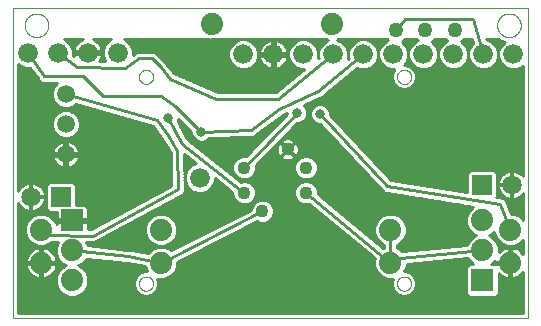
<source format=gbl>
G75*
%MOIN*%
%OFA0B0*%
%FSLAX25Y25*%
%IPPOS*%
%LPD*%
%AMOC8*
5,1,8,0,0,1.08239X$1,22.5*
%
%ADD10C,0.00000*%
%ADD11C,0.06600*%
%ADD12C,0.07400*%
%ADD13C,0.04362*%
%ADD14C,0.05937*%
%ADD15C,0.05000*%
%ADD16R,0.06500X0.06500*%
%ADD17C,0.06500*%
%ADD18R,0.07400X0.07400*%
%ADD19C,0.01000*%
%ADD20C,0.03200*%
D10*
X0003246Y0001374D02*
X0175057Y0001374D01*
X0175057Y0104917D01*
X0003246Y0104917D01*
X0003246Y0001374D01*
X0045246Y0012917D02*
X0045248Y0013014D01*
X0045254Y0013111D01*
X0045264Y0013207D01*
X0045278Y0013303D01*
X0045296Y0013399D01*
X0045317Y0013493D01*
X0045343Y0013587D01*
X0045372Y0013679D01*
X0045406Y0013770D01*
X0045442Y0013860D01*
X0045483Y0013948D01*
X0045527Y0014034D01*
X0045575Y0014119D01*
X0045626Y0014201D01*
X0045680Y0014282D01*
X0045738Y0014360D01*
X0045799Y0014435D01*
X0045862Y0014508D01*
X0045929Y0014579D01*
X0045999Y0014646D01*
X0046071Y0014711D01*
X0046146Y0014772D01*
X0046224Y0014831D01*
X0046303Y0014886D01*
X0046385Y0014938D01*
X0046469Y0014986D01*
X0046555Y0015031D01*
X0046643Y0015073D01*
X0046732Y0015111D01*
X0046823Y0015145D01*
X0046915Y0015175D01*
X0047008Y0015202D01*
X0047103Y0015224D01*
X0047198Y0015243D01*
X0047294Y0015258D01*
X0047390Y0015269D01*
X0047487Y0015276D01*
X0047584Y0015279D01*
X0047681Y0015278D01*
X0047778Y0015273D01*
X0047874Y0015264D01*
X0047970Y0015251D01*
X0048066Y0015234D01*
X0048161Y0015213D01*
X0048254Y0015189D01*
X0048347Y0015160D01*
X0048439Y0015128D01*
X0048529Y0015092D01*
X0048617Y0015053D01*
X0048704Y0015009D01*
X0048789Y0014963D01*
X0048872Y0014912D01*
X0048953Y0014859D01*
X0049031Y0014802D01*
X0049108Y0014742D01*
X0049181Y0014679D01*
X0049252Y0014613D01*
X0049320Y0014544D01*
X0049386Y0014472D01*
X0049448Y0014398D01*
X0049507Y0014321D01*
X0049563Y0014242D01*
X0049616Y0014160D01*
X0049666Y0014077D01*
X0049711Y0013991D01*
X0049754Y0013904D01*
X0049793Y0013815D01*
X0049828Y0013725D01*
X0049859Y0013633D01*
X0049886Y0013540D01*
X0049910Y0013446D01*
X0049930Y0013351D01*
X0049946Y0013255D01*
X0049958Y0013159D01*
X0049966Y0013062D01*
X0049970Y0012965D01*
X0049970Y0012869D01*
X0049966Y0012772D01*
X0049958Y0012675D01*
X0049946Y0012579D01*
X0049930Y0012483D01*
X0049910Y0012388D01*
X0049886Y0012294D01*
X0049859Y0012201D01*
X0049828Y0012109D01*
X0049793Y0012019D01*
X0049754Y0011930D01*
X0049711Y0011843D01*
X0049666Y0011757D01*
X0049616Y0011674D01*
X0049563Y0011592D01*
X0049507Y0011513D01*
X0049448Y0011436D01*
X0049386Y0011362D01*
X0049320Y0011290D01*
X0049252Y0011221D01*
X0049181Y0011155D01*
X0049108Y0011092D01*
X0049031Y0011032D01*
X0048953Y0010975D01*
X0048872Y0010922D01*
X0048789Y0010871D01*
X0048704Y0010825D01*
X0048617Y0010781D01*
X0048529Y0010742D01*
X0048439Y0010706D01*
X0048347Y0010674D01*
X0048254Y0010645D01*
X0048161Y0010621D01*
X0048066Y0010600D01*
X0047970Y0010583D01*
X0047874Y0010570D01*
X0047778Y0010561D01*
X0047681Y0010556D01*
X0047584Y0010555D01*
X0047487Y0010558D01*
X0047390Y0010565D01*
X0047294Y0010576D01*
X0047198Y0010591D01*
X0047103Y0010610D01*
X0047008Y0010632D01*
X0046915Y0010659D01*
X0046823Y0010689D01*
X0046732Y0010723D01*
X0046643Y0010761D01*
X0046555Y0010803D01*
X0046469Y0010848D01*
X0046385Y0010896D01*
X0046303Y0010948D01*
X0046224Y0011003D01*
X0046146Y0011062D01*
X0046071Y0011123D01*
X0045999Y0011188D01*
X0045929Y0011255D01*
X0045862Y0011326D01*
X0045799Y0011399D01*
X0045738Y0011474D01*
X0045680Y0011552D01*
X0045626Y0011633D01*
X0045575Y0011715D01*
X0045527Y0011800D01*
X0045483Y0011886D01*
X0045442Y0011974D01*
X0045406Y0012064D01*
X0045372Y0012155D01*
X0045343Y0012247D01*
X0045317Y0012341D01*
X0045296Y0012435D01*
X0045278Y0012531D01*
X0045264Y0012627D01*
X0045254Y0012723D01*
X0045248Y0012820D01*
X0045246Y0012917D01*
X0131270Y0012917D02*
X0131272Y0013014D01*
X0131278Y0013111D01*
X0131288Y0013207D01*
X0131302Y0013303D01*
X0131320Y0013399D01*
X0131341Y0013493D01*
X0131367Y0013587D01*
X0131396Y0013679D01*
X0131430Y0013770D01*
X0131466Y0013860D01*
X0131507Y0013948D01*
X0131551Y0014034D01*
X0131599Y0014119D01*
X0131650Y0014201D01*
X0131704Y0014282D01*
X0131762Y0014360D01*
X0131823Y0014435D01*
X0131886Y0014508D01*
X0131953Y0014579D01*
X0132023Y0014646D01*
X0132095Y0014711D01*
X0132170Y0014772D01*
X0132248Y0014831D01*
X0132327Y0014886D01*
X0132409Y0014938D01*
X0132493Y0014986D01*
X0132579Y0015031D01*
X0132667Y0015073D01*
X0132756Y0015111D01*
X0132847Y0015145D01*
X0132939Y0015175D01*
X0133032Y0015202D01*
X0133127Y0015224D01*
X0133222Y0015243D01*
X0133318Y0015258D01*
X0133414Y0015269D01*
X0133511Y0015276D01*
X0133608Y0015279D01*
X0133705Y0015278D01*
X0133802Y0015273D01*
X0133898Y0015264D01*
X0133994Y0015251D01*
X0134090Y0015234D01*
X0134185Y0015213D01*
X0134278Y0015189D01*
X0134371Y0015160D01*
X0134463Y0015128D01*
X0134553Y0015092D01*
X0134641Y0015053D01*
X0134728Y0015009D01*
X0134813Y0014963D01*
X0134896Y0014912D01*
X0134977Y0014859D01*
X0135055Y0014802D01*
X0135132Y0014742D01*
X0135205Y0014679D01*
X0135276Y0014613D01*
X0135344Y0014544D01*
X0135410Y0014472D01*
X0135472Y0014398D01*
X0135531Y0014321D01*
X0135587Y0014242D01*
X0135640Y0014160D01*
X0135690Y0014077D01*
X0135735Y0013991D01*
X0135778Y0013904D01*
X0135817Y0013815D01*
X0135852Y0013725D01*
X0135883Y0013633D01*
X0135910Y0013540D01*
X0135934Y0013446D01*
X0135954Y0013351D01*
X0135970Y0013255D01*
X0135982Y0013159D01*
X0135990Y0013062D01*
X0135994Y0012965D01*
X0135994Y0012869D01*
X0135990Y0012772D01*
X0135982Y0012675D01*
X0135970Y0012579D01*
X0135954Y0012483D01*
X0135934Y0012388D01*
X0135910Y0012294D01*
X0135883Y0012201D01*
X0135852Y0012109D01*
X0135817Y0012019D01*
X0135778Y0011930D01*
X0135735Y0011843D01*
X0135690Y0011757D01*
X0135640Y0011674D01*
X0135587Y0011592D01*
X0135531Y0011513D01*
X0135472Y0011436D01*
X0135410Y0011362D01*
X0135344Y0011290D01*
X0135276Y0011221D01*
X0135205Y0011155D01*
X0135132Y0011092D01*
X0135055Y0011032D01*
X0134977Y0010975D01*
X0134896Y0010922D01*
X0134813Y0010871D01*
X0134728Y0010825D01*
X0134641Y0010781D01*
X0134553Y0010742D01*
X0134463Y0010706D01*
X0134371Y0010674D01*
X0134278Y0010645D01*
X0134185Y0010621D01*
X0134090Y0010600D01*
X0133994Y0010583D01*
X0133898Y0010570D01*
X0133802Y0010561D01*
X0133705Y0010556D01*
X0133608Y0010555D01*
X0133511Y0010558D01*
X0133414Y0010565D01*
X0133318Y0010576D01*
X0133222Y0010591D01*
X0133127Y0010610D01*
X0133032Y0010632D01*
X0132939Y0010659D01*
X0132847Y0010689D01*
X0132756Y0010723D01*
X0132667Y0010761D01*
X0132579Y0010803D01*
X0132493Y0010848D01*
X0132409Y0010896D01*
X0132327Y0010948D01*
X0132248Y0011003D01*
X0132170Y0011062D01*
X0132095Y0011123D01*
X0132023Y0011188D01*
X0131953Y0011255D01*
X0131886Y0011326D01*
X0131823Y0011399D01*
X0131762Y0011474D01*
X0131704Y0011552D01*
X0131650Y0011633D01*
X0131599Y0011715D01*
X0131551Y0011800D01*
X0131507Y0011886D01*
X0131466Y0011974D01*
X0131430Y0012064D01*
X0131396Y0012155D01*
X0131367Y0012247D01*
X0131341Y0012341D01*
X0131320Y0012435D01*
X0131302Y0012531D01*
X0131288Y0012627D01*
X0131278Y0012723D01*
X0131272Y0012820D01*
X0131270Y0012917D01*
X0131270Y0081815D02*
X0131272Y0081912D01*
X0131278Y0082009D01*
X0131288Y0082105D01*
X0131302Y0082201D01*
X0131320Y0082297D01*
X0131341Y0082391D01*
X0131367Y0082485D01*
X0131396Y0082577D01*
X0131430Y0082668D01*
X0131466Y0082758D01*
X0131507Y0082846D01*
X0131551Y0082932D01*
X0131599Y0083017D01*
X0131650Y0083099D01*
X0131704Y0083180D01*
X0131762Y0083258D01*
X0131823Y0083333D01*
X0131886Y0083406D01*
X0131953Y0083477D01*
X0132023Y0083544D01*
X0132095Y0083609D01*
X0132170Y0083670D01*
X0132248Y0083729D01*
X0132327Y0083784D01*
X0132409Y0083836D01*
X0132493Y0083884D01*
X0132579Y0083929D01*
X0132667Y0083971D01*
X0132756Y0084009D01*
X0132847Y0084043D01*
X0132939Y0084073D01*
X0133032Y0084100D01*
X0133127Y0084122D01*
X0133222Y0084141D01*
X0133318Y0084156D01*
X0133414Y0084167D01*
X0133511Y0084174D01*
X0133608Y0084177D01*
X0133705Y0084176D01*
X0133802Y0084171D01*
X0133898Y0084162D01*
X0133994Y0084149D01*
X0134090Y0084132D01*
X0134185Y0084111D01*
X0134278Y0084087D01*
X0134371Y0084058D01*
X0134463Y0084026D01*
X0134553Y0083990D01*
X0134641Y0083951D01*
X0134728Y0083907D01*
X0134813Y0083861D01*
X0134896Y0083810D01*
X0134977Y0083757D01*
X0135055Y0083700D01*
X0135132Y0083640D01*
X0135205Y0083577D01*
X0135276Y0083511D01*
X0135344Y0083442D01*
X0135410Y0083370D01*
X0135472Y0083296D01*
X0135531Y0083219D01*
X0135587Y0083140D01*
X0135640Y0083058D01*
X0135690Y0082975D01*
X0135735Y0082889D01*
X0135778Y0082802D01*
X0135817Y0082713D01*
X0135852Y0082623D01*
X0135883Y0082531D01*
X0135910Y0082438D01*
X0135934Y0082344D01*
X0135954Y0082249D01*
X0135970Y0082153D01*
X0135982Y0082057D01*
X0135990Y0081960D01*
X0135994Y0081863D01*
X0135994Y0081767D01*
X0135990Y0081670D01*
X0135982Y0081573D01*
X0135970Y0081477D01*
X0135954Y0081381D01*
X0135934Y0081286D01*
X0135910Y0081192D01*
X0135883Y0081099D01*
X0135852Y0081007D01*
X0135817Y0080917D01*
X0135778Y0080828D01*
X0135735Y0080741D01*
X0135690Y0080655D01*
X0135640Y0080572D01*
X0135587Y0080490D01*
X0135531Y0080411D01*
X0135472Y0080334D01*
X0135410Y0080260D01*
X0135344Y0080188D01*
X0135276Y0080119D01*
X0135205Y0080053D01*
X0135132Y0079990D01*
X0135055Y0079930D01*
X0134977Y0079873D01*
X0134896Y0079820D01*
X0134813Y0079769D01*
X0134728Y0079723D01*
X0134641Y0079679D01*
X0134553Y0079640D01*
X0134463Y0079604D01*
X0134371Y0079572D01*
X0134278Y0079543D01*
X0134185Y0079519D01*
X0134090Y0079498D01*
X0133994Y0079481D01*
X0133898Y0079468D01*
X0133802Y0079459D01*
X0133705Y0079454D01*
X0133608Y0079453D01*
X0133511Y0079456D01*
X0133414Y0079463D01*
X0133318Y0079474D01*
X0133222Y0079489D01*
X0133127Y0079508D01*
X0133032Y0079530D01*
X0132939Y0079557D01*
X0132847Y0079587D01*
X0132756Y0079621D01*
X0132667Y0079659D01*
X0132579Y0079701D01*
X0132493Y0079746D01*
X0132409Y0079794D01*
X0132327Y0079846D01*
X0132248Y0079901D01*
X0132170Y0079960D01*
X0132095Y0080021D01*
X0132023Y0080086D01*
X0131953Y0080153D01*
X0131886Y0080224D01*
X0131823Y0080297D01*
X0131762Y0080372D01*
X0131704Y0080450D01*
X0131650Y0080531D01*
X0131599Y0080613D01*
X0131551Y0080698D01*
X0131507Y0080784D01*
X0131466Y0080872D01*
X0131430Y0080962D01*
X0131396Y0081053D01*
X0131367Y0081145D01*
X0131341Y0081239D01*
X0131320Y0081333D01*
X0131302Y0081429D01*
X0131288Y0081525D01*
X0131278Y0081621D01*
X0131272Y0081718D01*
X0131270Y0081815D01*
X0164663Y0099012D02*
X0164665Y0099137D01*
X0164671Y0099262D01*
X0164681Y0099386D01*
X0164695Y0099510D01*
X0164712Y0099634D01*
X0164734Y0099757D01*
X0164760Y0099879D01*
X0164789Y0100001D01*
X0164822Y0100121D01*
X0164860Y0100240D01*
X0164900Y0100359D01*
X0164945Y0100475D01*
X0164993Y0100590D01*
X0165045Y0100704D01*
X0165101Y0100816D01*
X0165160Y0100926D01*
X0165222Y0101034D01*
X0165288Y0101141D01*
X0165357Y0101245D01*
X0165430Y0101346D01*
X0165505Y0101446D01*
X0165584Y0101543D01*
X0165666Y0101637D01*
X0165751Y0101729D01*
X0165838Y0101818D01*
X0165929Y0101904D01*
X0166022Y0101987D01*
X0166118Y0102068D01*
X0166216Y0102145D01*
X0166316Y0102219D01*
X0166419Y0102290D01*
X0166524Y0102357D01*
X0166632Y0102422D01*
X0166741Y0102482D01*
X0166852Y0102540D01*
X0166965Y0102593D01*
X0167079Y0102643D01*
X0167195Y0102690D01*
X0167312Y0102732D01*
X0167431Y0102771D01*
X0167551Y0102807D01*
X0167672Y0102838D01*
X0167794Y0102866D01*
X0167916Y0102889D01*
X0168040Y0102909D01*
X0168164Y0102925D01*
X0168288Y0102937D01*
X0168413Y0102945D01*
X0168538Y0102949D01*
X0168662Y0102949D01*
X0168787Y0102945D01*
X0168912Y0102937D01*
X0169036Y0102925D01*
X0169160Y0102909D01*
X0169284Y0102889D01*
X0169406Y0102866D01*
X0169528Y0102838D01*
X0169649Y0102807D01*
X0169769Y0102771D01*
X0169888Y0102732D01*
X0170005Y0102690D01*
X0170121Y0102643D01*
X0170235Y0102593D01*
X0170348Y0102540D01*
X0170459Y0102482D01*
X0170569Y0102422D01*
X0170676Y0102357D01*
X0170781Y0102290D01*
X0170884Y0102219D01*
X0170984Y0102145D01*
X0171082Y0102068D01*
X0171178Y0101987D01*
X0171271Y0101904D01*
X0171362Y0101818D01*
X0171449Y0101729D01*
X0171534Y0101637D01*
X0171616Y0101543D01*
X0171695Y0101446D01*
X0171770Y0101346D01*
X0171843Y0101245D01*
X0171912Y0101141D01*
X0171978Y0101034D01*
X0172040Y0100926D01*
X0172099Y0100816D01*
X0172155Y0100704D01*
X0172207Y0100590D01*
X0172255Y0100475D01*
X0172300Y0100359D01*
X0172340Y0100240D01*
X0172378Y0100121D01*
X0172411Y0100001D01*
X0172440Y0099879D01*
X0172466Y0099757D01*
X0172488Y0099634D01*
X0172505Y0099510D01*
X0172519Y0099386D01*
X0172529Y0099262D01*
X0172535Y0099137D01*
X0172537Y0099012D01*
X0172535Y0098887D01*
X0172529Y0098762D01*
X0172519Y0098638D01*
X0172505Y0098514D01*
X0172488Y0098390D01*
X0172466Y0098267D01*
X0172440Y0098145D01*
X0172411Y0098023D01*
X0172378Y0097903D01*
X0172340Y0097784D01*
X0172300Y0097665D01*
X0172255Y0097549D01*
X0172207Y0097434D01*
X0172155Y0097320D01*
X0172099Y0097208D01*
X0172040Y0097098D01*
X0171978Y0096990D01*
X0171912Y0096883D01*
X0171843Y0096779D01*
X0171770Y0096678D01*
X0171695Y0096578D01*
X0171616Y0096481D01*
X0171534Y0096387D01*
X0171449Y0096295D01*
X0171362Y0096206D01*
X0171271Y0096120D01*
X0171178Y0096037D01*
X0171082Y0095956D01*
X0170984Y0095879D01*
X0170884Y0095805D01*
X0170781Y0095734D01*
X0170676Y0095667D01*
X0170568Y0095602D01*
X0170459Y0095542D01*
X0170348Y0095484D01*
X0170235Y0095431D01*
X0170121Y0095381D01*
X0170005Y0095334D01*
X0169888Y0095292D01*
X0169769Y0095253D01*
X0169649Y0095217D01*
X0169528Y0095186D01*
X0169406Y0095158D01*
X0169284Y0095135D01*
X0169160Y0095115D01*
X0169036Y0095099D01*
X0168912Y0095087D01*
X0168787Y0095079D01*
X0168662Y0095075D01*
X0168538Y0095075D01*
X0168413Y0095079D01*
X0168288Y0095087D01*
X0168164Y0095099D01*
X0168040Y0095115D01*
X0167916Y0095135D01*
X0167794Y0095158D01*
X0167672Y0095186D01*
X0167551Y0095217D01*
X0167431Y0095253D01*
X0167312Y0095292D01*
X0167195Y0095334D01*
X0167079Y0095381D01*
X0166965Y0095431D01*
X0166852Y0095484D01*
X0166741Y0095542D01*
X0166631Y0095602D01*
X0166524Y0095667D01*
X0166419Y0095734D01*
X0166316Y0095805D01*
X0166216Y0095879D01*
X0166118Y0095956D01*
X0166022Y0096037D01*
X0165929Y0096120D01*
X0165838Y0096206D01*
X0165751Y0096295D01*
X0165666Y0096387D01*
X0165584Y0096481D01*
X0165505Y0096578D01*
X0165430Y0096678D01*
X0165357Y0096779D01*
X0165288Y0096883D01*
X0165222Y0096990D01*
X0165160Y0097098D01*
X0165101Y0097208D01*
X0165045Y0097320D01*
X0164993Y0097434D01*
X0164945Y0097549D01*
X0164900Y0097665D01*
X0164860Y0097784D01*
X0164822Y0097903D01*
X0164789Y0098023D01*
X0164760Y0098145D01*
X0164734Y0098267D01*
X0164712Y0098390D01*
X0164695Y0098514D01*
X0164681Y0098638D01*
X0164671Y0098762D01*
X0164665Y0098887D01*
X0164663Y0099012D01*
X0045246Y0081815D02*
X0045248Y0081912D01*
X0045254Y0082009D01*
X0045264Y0082105D01*
X0045278Y0082201D01*
X0045296Y0082297D01*
X0045317Y0082391D01*
X0045343Y0082485D01*
X0045372Y0082577D01*
X0045406Y0082668D01*
X0045442Y0082758D01*
X0045483Y0082846D01*
X0045527Y0082932D01*
X0045575Y0083017D01*
X0045626Y0083099D01*
X0045680Y0083180D01*
X0045738Y0083258D01*
X0045799Y0083333D01*
X0045862Y0083406D01*
X0045929Y0083477D01*
X0045999Y0083544D01*
X0046071Y0083609D01*
X0046146Y0083670D01*
X0046224Y0083729D01*
X0046303Y0083784D01*
X0046385Y0083836D01*
X0046469Y0083884D01*
X0046555Y0083929D01*
X0046643Y0083971D01*
X0046732Y0084009D01*
X0046823Y0084043D01*
X0046915Y0084073D01*
X0047008Y0084100D01*
X0047103Y0084122D01*
X0047198Y0084141D01*
X0047294Y0084156D01*
X0047390Y0084167D01*
X0047487Y0084174D01*
X0047584Y0084177D01*
X0047681Y0084176D01*
X0047778Y0084171D01*
X0047874Y0084162D01*
X0047970Y0084149D01*
X0048066Y0084132D01*
X0048161Y0084111D01*
X0048254Y0084087D01*
X0048347Y0084058D01*
X0048439Y0084026D01*
X0048529Y0083990D01*
X0048617Y0083951D01*
X0048704Y0083907D01*
X0048789Y0083861D01*
X0048872Y0083810D01*
X0048953Y0083757D01*
X0049031Y0083700D01*
X0049108Y0083640D01*
X0049181Y0083577D01*
X0049252Y0083511D01*
X0049320Y0083442D01*
X0049386Y0083370D01*
X0049448Y0083296D01*
X0049507Y0083219D01*
X0049563Y0083140D01*
X0049616Y0083058D01*
X0049666Y0082975D01*
X0049711Y0082889D01*
X0049754Y0082802D01*
X0049793Y0082713D01*
X0049828Y0082623D01*
X0049859Y0082531D01*
X0049886Y0082438D01*
X0049910Y0082344D01*
X0049930Y0082249D01*
X0049946Y0082153D01*
X0049958Y0082057D01*
X0049966Y0081960D01*
X0049970Y0081863D01*
X0049970Y0081767D01*
X0049966Y0081670D01*
X0049958Y0081573D01*
X0049946Y0081477D01*
X0049930Y0081381D01*
X0049910Y0081286D01*
X0049886Y0081192D01*
X0049859Y0081099D01*
X0049828Y0081007D01*
X0049793Y0080917D01*
X0049754Y0080828D01*
X0049711Y0080741D01*
X0049666Y0080655D01*
X0049616Y0080572D01*
X0049563Y0080490D01*
X0049507Y0080411D01*
X0049448Y0080334D01*
X0049386Y0080260D01*
X0049320Y0080188D01*
X0049252Y0080119D01*
X0049181Y0080053D01*
X0049108Y0079990D01*
X0049031Y0079930D01*
X0048953Y0079873D01*
X0048872Y0079820D01*
X0048789Y0079769D01*
X0048704Y0079723D01*
X0048617Y0079679D01*
X0048529Y0079640D01*
X0048439Y0079604D01*
X0048347Y0079572D01*
X0048254Y0079543D01*
X0048161Y0079519D01*
X0048066Y0079498D01*
X0047970Y0079481D01*
X0047874Y0079468D01*
X0047778Y0079459D01*
X0047681Y0079454D01*
X0047584Y0079453D01*
X0047487Y0079456D01*
X0047390Y0079463D01*
X0047294Y0079474D01*
X0047198Y0079489D01*
X0047103Y0079508D01*
X0047008Y0079530D01*
X0046915Y0079557D01*
X0046823Y0079587D01*
X0046732Y0079621D01*
X0046643Y0079659D01*
X0046555Y0079701D01*
X0046469Y0079746D01*
X0046385Y0079794D01*
X0046303Y0079846D01*
X0046224Y0079901D01*
X0046146Y0079960D01*
X0046071Y0080021D01*
X0045999Y0080086D01*
X0045929Y0080153D01*
X0045862Y0080224D01*
X0045799Y0080297D01*
X0045738Y0080372D01*
X0045680Y0080450D01*
X0045626Y0080531D01*
X0045575Y0080613D01*
X0045527Y0080698D01*
X0045483Y0080784D01*
X0045442Y0080872D01*
X0045406Y0080962D01*
X0045372Y0081053D01*
X0045343Y0081145D01*
X0045317Y0081239D01*
X0045296Y0081333D01*
X0045278Y0081429D01*
X0045264Y0081525D01*
X0045254Y0081621D01*
X0045248Y0081718D01*
X0045246Y0081815D01*
X0007183Y0099012D02*
X0007185Y0099137D01*
X0007191Y0099262D01*
X0007201Y0099386D01*
X0007215Y0099510D01*
X0007232Y0099634D01*
X0007254Y0099757D01*
X0007280Y0099879D01*
X0007309Y0100001D01*
X0007342Y0100121D01*
X0007380Y0100240D01*
X0007420Y0100359D01*
X0007465Y0100475D01*
X0007513Y0100590D01*
X0007565Y0100704D01*
X0007621Y0100816D01*
X0007680Y0100926D01*
X0007742Y0101034D01*
X0007808Y0101141D01*
X0007877Y0101245D01*
X0007950Y0101346D01*
X0008025Y0101446D01*
X0008104Y0101543D01*
X0008186Y0101637D01*
X0008271Y0101729D01*
X0008358Y0101818D01*
X0008449Y0101904D01*
X0008542Y0101987D01*
X0008638Y0102068D01*
X0008736Y0102145D01*
X0008836Y0102219D01*
X0008939Y0102290D01*
X0009044Y0102357D01*
X0009152Y0102422D01*
X0009261Y0102482D01*
X0009372Y0102540D01*
X0009485Y0102593D01*
X0009599Y0102643D01*
X0009715Y0102690D01*
X0009832Y0102732D01*
X0009951Y0102771D01*
X0010071Y0102807D01*
X0010192Y0102838D01*
X0010314Y0102866D01*
X0010436Y0102889D01*
X0010560Y0102909D01*
X0010684Y0102925D01*
X0010808Y0102937D01*
X0010933Y0102945D01*
X0011058Y0102949D01*
X0011182Y0102949D01*
X0011307Y0102945D01*
X0011432Y0102937D01*
X0011556Y0102925D01*
X0011680Y0102909D01*
X0011804Y0102889D01*
X0011926Y0102866D01*
X0012048Y0102838D01*
X0012169Y0102807D01*
X0012289Y0102771D01*
X0012408Y0102732D01*
X0012525Y0102690D01*
X0012641Y0102643D01*
X0012755Y0102593D01*
X0012868Y0102540D01*
X0012979Y0102482D01*
X0013089Y0102422D01*
X0013196Y0102357D01*
X0013301Y0102290D01*
X0013404Y0102219D01*
X0013504Y0102145D01*
X0013602Y0102068D01*
X0013698Y0101987D01*
X0013791Y0101904D01*
X0013882Y0101818D01*
X0013969Y0101729D01*
X0014054Y0101637D01*
X0014136Y0101543D01*
X0014215Y0101446D01*
X0014290Y0101346D01*
X0014363Y0101245D01*
X0014432Y0101141D01*
X0014498Y0101034D01*
X0014560Y0100926D01*
X0014619Y0100816D01*
X0014675Y0100704D01*
X0014727Y0100590D01*
X0014775Y0100475D01*
X0014820Y0100359D01*
X0014860Y0100240D01*
X0014898Y0100121D01*
X0014931Y0100001D01*
X0014960Y0099879D01*
X0014986Y0099757D01*
X0015008Y0099634D01*
X0015025Y0099510D01*
X0015039Y0099386D01*
X0015049Y0099262D01*
X0015055Y0099137D01*
X0015057Y0099012D01*
X0015055Y0098887D01*
X0015049Y0098762D01*
X0015039Y0098638D01*
X0015025Y0098514D01*
X0015008Y0098390D01*
X0014986Y0098267D01*
X0014960Y0098145D01*
X0014931Y0098023D01*
X0014898Y0097903D01*
X0014860Y0097784D01*
X0014820Y0097665D01*
X0014775Y0097549D01*
X0014727Y0097434D01*
X0014675Y0097320D01*
X0014619Y0097208D01*
X0014560Y0097098D01*
X0014498Y0096990D01*
X0014432Y0096883D01*
X0014363Y0096779D01*
X0014290Y0096678D01*
X0014215Y0096578D01*
X0014136Y0096481D01*
X0014054Y0096387D01*
X0013969Y0096295D01*
X0013882Y0096206D01*
X0013791Y0096120D01*
X0013698Y0096037D01*
X0013602Y0095956D01*
X0013504Y0095879D01*
X0013404Y0095805D01*
X0013301Y0095734D01*
X0013196Y0095667D01*
X0013088Y0095602D01*
X0012979Y0095542D01*
X0012868Y0095484D01*
X0012755Y0095431D01*
X0012641Y0095381D01*
X0012525Y0095334D01*
X0012408Y0095292D01*
X0012289Y0095253D01*
X0012169Y0095217D01*
X0012048Y0095186D01*
X0011926Y0095158D01*
X0011804Y0095135D01*
X0011680Y0095115D01*
X0011556Y0095099D01*
X0011432Y0095087D01*
X0011307Y0095079D01*
X0011182Y0095075D01*
X0011058Y0095075D01*
X0010933Y0095079D01*
X0010808Y0095087D01*
X0010684Y0095099D01*
X0010560Y0095115D01*
X0010436Y0095135D01*
X0010314Y0095158D01*
X0010192Y0095186D01*
X0010071Y0095217D01*
X0009951Y0095253D01*
X0009832Y0095292D01*
X0009715Y0095334D01*
X0009599Y0095381D01*
X0009485Y0095431D01*
X0009372Y0095484D01*
X0009261Y0095542D01*
X0009151Y0095602D01*
X0009044Y0095667D01*
X0008939Y0095734D01*
X0008836Y0095805D01*
X0008736Y0095879D01*
X0008638Y0095956D01*
X0008542Y0096037D01*
X0008449Y0096120D01*
X0008358Y0096206D01*
X0008271Y0096295D01*
X0008186Y0096387D01*
X0008104Y0096481D01*
X0008025Y0096578D01*
X0007950Y0096678D01*
X0007877Y0096779D01*
X0007808Y0096883D01*
X0007742Y0096990D01*
X0007680Y0097098D01*
X0007621Y0097208D01*
X0007565Y0097320D01*
X0007513Y0097434D01*
X0007465Y0097549D01*
X0007420Y0097665D01*
X0007380Y0097784D01*
X0007342Y0097903D01*
X0007309Y0098023D01*
X0007280Y0098145D01*
X0007254Y0098267D01*
X0007232Y0098390D01*
X0007215Y0098514D01*
X0007201Y0098638D01*
X0007191Y0098762D01*
X0007185Y0098887D01*
X0007183Y0099012D01*
D11*
X0008140Y0089866D03*
X0018140Y0089866D03*
X0028140Y0089866D03*
X0038140Y0089866D03*
X0080057Y0089366D03*
X0090057Y0089366D03*
X0100057Y0089366D03*
X0110057Y0089366D03*
X0120057Y0089366D03*
X0130057Y0089366D03*
X0140057Y0089366D03*
X0150057Y0089366D03*
X0160057Y0089366D03*
X0170057Y0089366D03*
X0065510Y0048185D03*
D12*
X0052683Y0030866D03*
X0052683Y0019866D03*
X0022983Y0023992D03*
X0012683Y0019866D03*
X0022983Y0013992D03*
X0012683Y0030866D03*
X0069557Y0099366D03*
X0109557Y0099366D03*
X0159757Y0033992D03*
X0169057Y0030866D03*
X0159757Y0023992D03*
X0169057Y0019866D03*
X0129057Y0019866D03*
X0129057Y0030866D03*
D13*
X0100920Y0043190D03*
X0100920Y0051542D03*
X0094796Y0057667D03*
X0080320Y0051542D03*
X0080320Y0043190D03*
X0086444Y0037066D03*
D14*
X0020872Y0055992D03*
X0020872Y0065992D03*
X0020872Y0075992D03*
D15*
X0130919Y0097311D03*
X0140762Y0097311D03*
X0150604Y0097311D03*
D16*
X0159557Y0045866D03*
X0019246Y0041866D03*
D17*
X0009246Y0041866D03*
X0169557Y0045866D03*
D18*
X0159757Y0013992D03*
X0022983Y0033992D03*
D19*
X0022483Y0034325D02*
X0016861Y0034325D01*
X0017261Y0033925D02*
X0015742Y0035444D01*
X0013757Y0036266D01*
X0011609Y0036266D01*
X0009624Y0035444D01*
X0008105Y0033925D01*
X0007283Y0031940D01*
X0007283Y0029792D01*
X0008105Y0027807D01*
X0009624Y0026288D01*
X0011609Y0025466D01*
X0013757Y0025466D01*
X0015742Y0026288D01*
X0016237Y0026783D01*
X0018290Y0026774D01*
X0017583Y0025066D01*
X0017583Y0022918D01*
X0018405Y0020933D01*
X0019924Y0019414D01*
X0020943Y0018992D01*
X0019924Y0018570D01*
X0018405Y0017051D01*
X0017583Y0015066D01*
X0017583Y0012918D01*
X0018405Y0010933D01*
X0019924Y0009414D01*
X0021909Y0008592D01*
X0024057Y0008592D01*
X0026042Y0009414D01*
X0027561Y0010933D01*
X0028383Y0012918D01*
X0028383Y0015066D01*
X0027561Y0017051D01*
X0026042Y0018570D01*
X0025023Y0018992D01*
X0026042Y0019414D01*
X0027561Y0020933D01*
X0027702Y0021275D01*
X0041357Y0019814D01*
X0047338Y0018658D01*
X0048034Y0016980D01*
X0046800Y0016980D01*
X0045307Y0016361D01*
X0044164Y0015218D01*
X0043546Y0013725D01*
X0043546Y0012109D01*
X0044164Y0010616D01*
X0045307Y0009474D01*
X0046800Y0008855D01*
X0048416Y0008855D01*
X0049909Y0009474D01*
X0051052Y0010616D01*
X0051670Y0012109D01*
X0051670Y0013725D01*
X0051313Y0014589D01*
X0051609Y0014466D01*
X0053757Y0014466D01*
X0055742Y0015288D01*
X0057261Y0016807D01*
X0058083Y0018792D01*
X0058083Y0020148D01*
X0084569Y0033642D01*
X0085672Y0033185D01*
X0087216Y0033185D01*
X0088643Y0033776D01*
X0089734Y0034867D01*
X0090325Y0036294D01*
X0090325Y0037838D01*
X0089734Y0039264D01*
X0088643Y0040356D01*
X0087216Y0040947D01*
X0085672Y0040947D01*
X0084246Y0040356D01*
X0083154Y0039264D01*
X0082563Y0037838D01*
X0082563Y0037558D01*
X0056107Y0024079D01*
X0055742Y0024444D01*
X0053757Y0025266D01*
X0051609Y0025266D01*
X0049624Y0024444D01*
X0048161Y0022981D01*
X0042890Y0024000D01*
X0042823Y0024083D01*
X0042009Y0024170D01*
X0041206Y0024325D01*
X0041117Y0024265D01*
X0028140Y0025653D01*
X0027694Y0026731D01*
X0029462Y0026723D01*
X0030031Y0026552D01*
X0030340Y0026719D01*
X0030691Y0026717D01*
X0031113Y0027135D01*
X0058857Y0042096D01*
X0059230Y0042102D01*
X0059628Y0042512D01*
X0060132Y0042784D01*
X0060239Y0043142D01*
X0060499Y0043410D01*
X0060490Y0043982D01*
X0060654Y0044530D01*
X0060477Y0044859D01*
X0060303Y0056221D01*
X0064269Y0053083D01*
X0062678Y0052424D01*
X0061271Y0051017D01*
X0060510Y0049180D01*
X0060510Y0047190D01*
X0061271Y0045353D01*
X0062678Y0043946D01*
X0064515Y0043185D01*
X0066504Y0043185D01*
X0068342Y0043946D01*
X0069749Y0045353D01*
X0070510Y0047190D01*
X0070510Y0048146D01*
X0076439Y0043455D01*
X0076439Y0042418D01*
X0077029Y0040992D01*
X0078121Y0039900D01*
X0079548Y0039309D01*
X0081092Y0039309D01*
X0082518Y0039900D01*
X0083610Y0040992D01*
X0084201Y0042418D01*
X0084201Y0043962D01*
X0083610Y0045389D01*
X0082518Y0046481D01*
X0081092Y0047071D01*
X0079548Y0047071D01*
X0079162Y0046912D01*
X0061351Y0061002D01*
X0058143Y0067042D01*
X0058345Y0067529D01*
X0058345Y0067791D01*
X0062757Y0063595D01*
X0062757Y0062836D01*
X0063259Y0061623D01*
X0064188Y0060695D01*
X0065401Y0060192D01*
X0066713Y0060192D01*
X0067926Y0060695D01*
X0068600Y0061368D01*
X0082425Y0061787D01*
X0083128Y0061680D01*
X0083310Y0061814D01*
X0083535Y0061821D01*
X0084023Y0062339D01*
X0093182Y0069088D01*
X0094710Y0069793D01*
X0094710Y0069555D01*
X0081017Y0055423D01*
X0079548Y0055423D01*
X0078121Y0054832D01*
X0077029Y0053740D01*
X0076439Y0052314D01*
X0076439Y0050770D01*
X0077029Y0049343D01*
X0078121Y0048252D01*
X0079548Y0047661D01*
X0081092Y0047661D01*
X0082518Y0048252D01*
X0083610Y0049343D01*
X0084201Y0050770D01*
X0084201Y0052314D01*
X0084180Y0052364D01*
X0097876Y0066499D01*
X0098666Y0066499D01*
X0099879Y0067002D01*
X0100807Y0067930D01*
X0101310Y0069143D01*
X0101310Y0070456D01*
X0100807Y0071669D01*
X0100165Y0072311D01*
X0105439Y0074745D01*
X0105754Y0074715D01*
X0106237Y0075114D01*
X0106806Y0075376D01*
X0106916Y0075673D01*
X0117991Y0084810D01*
X0119063Y0084366D01*
X0121052Y0084366D01*
X0122889Y0085127D01*
X0124296Y0086534D01*
X0125057Y0088372D01*
X0125818Y0086534D01*
X0127225Y0085127D01*
X0129063Y0084366D01*
X0130438Y0084366D01*
X0130188Y0084116D01*
X0129570Y0082623D01*
X0129570Y0081007D01*
X0130188Y0079514D01*
X0131331Y0078371D01*
X0132824Y0077753D01*
X0134440Y0077753D01*
X0135933Y0078371D01*
X0137076Y0079514D01*
X0137694Y0081007D01*
X0137694Y0082623D01*
X0137076Y0084116D01*
X0135933Y0085259D01*
X0134440Y0085877D01*
X0133639Y0085877D01*
X0134296Y0086534D01*
X0135057Y0088372D01*
X0135818Y0086534D01*
X0137225Y0085127D01*
X0139063Y0084366D01*
X0141052Y0084366D01*
X0142889Y0085127D01*
X0144296Y0086534D01*
X0145057Y0088372D01*
X0145818Y0086534D01*
X0147225Y0085127D01*
X0149063Y0084366D01*
X0151052Y0084366D01*
X0152889Y0085127D01*
X0154296Y0086534D01*
X0155057Y0088372D01*
X0155818Y0086534D01*
X0157225Y0085127D01*
X0159063Y0084366D01*
X0161052Y0084366D01*
X0162889Y0085127D01*
X0164296Y0086534D01*
X0165057Y0088372D01*
X0165818Y0086534D01*
X0167225Y0085127D01*
X0169063Y0084366D01*
X0171052Y0084366D01*
X0172889Y0085127D01*
X0173357Y0085595D01*
X0173357Y0048717D01*
X0173180Y0048961D01*
X0172652Y0049489D01*
X0172047Y0049929D01*
X0171380Y0050268D01*
X0170669Y0050499D01*
X0169931Y0050616D01*
X0169746Y0050616D01*
X0169746Y0046055D01*
X0169368Y0046055D01*
X0169368Y0045677D01*
X0169746Y0045677D01*
X0169746Y0041116D01*
X0169931Y0041116D01*
X0170669Y0041233D01*
X0171380Y0041464D01*
X0172047Y0041804D01*
X0172652Y0042243D01*
X0173180Y0042772D01*
X0173357Y0043015D01*
X0173357Y0034203D01*
X0172116Y0035444D01*
X0170131Y0036266D01*
X0169213Y0036266D01*
X0167827Y0039631D01*
X0167873Y0039918D01*
X0167492Y0040445D01*
X0167244Y0041046D01*
X0166975Y0041158D01*
X0166804Y0041395D01*
X0166162Y0041497D01*
X0165562Y0041747D01*
X0165293Y0041636D01*
X0164378Y0041783D01*
X0164507Y0041912D01*
X0164507Y0049820D01*
X0163511Y0050816D01*
X0155603Y0050816D01*
X0154607Y0049820D01*
X0154607Y0043346D01*
X0129152Y0047419D01*
X0108908Y0069168D01*
X0108908Y0070141D01*
X0108406Y0071354D01*
X0107478Y0072282D01*
X0106265Y0072784D01*
X0104952Y0072784D01*
X0103739Y0072282D01*
X0102811Y0071354D01*
X0102308Y0070141D01*
X0102308Y0068828D01*
X0102811Y0067615D01*
X0103739Y0066687D01*
X0104952Y0066184D01*
X0105674Y0066184D01*
X0126355Y0043966D01*
X0126810Y0043338D01*
X0126962Y0043313D01*
X0127068Y0043200D01*
X0127843Y0043172D01*
X0156686Y0038558D01*
X0155179Y0037051D01*
X0154357Y0035066D01*
X0154357Y0032918D01*
X0155179Y0030933D01*
X0156698Y0029414D01*
X0157717Y0028992D01*
X0156698Y0028570D01*
X0155179Y0027051D01*
X0154635Y0025737D01*
X0132803Y0023757D01*
X0132116Y0024444D01*
X0131257Y0024800D01*
X0131257Y0025932D01*
X0132116Y0026288D01*
X0133635Y0027807D01*
X0134457Y0029792D01*
X0134457Y0031940D01*
X0133635Y0033925D01*
X0132116Y0035444D01*
X0130131Y0036266D01*
X0127983Y0036266D01*
X0125998Y0035444D01*
X0124479Y0033925D01*
X0123657Y0031940D01*
X0123657Y0029792D01*
X0124479Y0027807D01*
X0125998Y0026288D01*
X0126857Y0025932D01*
X0126857Y0024800D01*
X0126654Y0024716D01*
X0104802Y0042831D01*
X0104802Y0043962D01*
X0104211Y0045389D01*
X0103119Y0046481D01*
X0101692Y0047071D01*
X0100148Y0047071D01*
X0098722Y0046481D01*
X0097630Y0045389D01*
X0097039Y0043962D01*
X0097039Y0042418D01*
X0097630Y0040992D01*
X0098722Y0039900D01*
X0100148Y0039309D01*
X0101692Y0039309D01*
X0102001Y0039437D01*
X0123825Y0021346D01*
X0123657Y0020940D01*
X0123657Y0018792D01*
X0124479Y0016807D01*
X0125998Y0015288D01*
X0127983Y0014466D01*
X0129877Y0014466D01*
X0129570Y0013725D01*
X0129570Y0012109D01*
X0130188Y0010616D01*
X0131331Y0009474D01*
X0132824Y0008855D01*
X0134440Y0008855D01*
X0135933Y0009474D01*
X0137076Y0010616D01*
X0137694Y0012109D01*
X0137694Y0013725D01*
X0137076Y0015218D01*
X0135933Y0016361D01*
X0134440Y0016980D01*
X0133706Y0016980D01*
X0134457Y0018792D01*
X0134457Y0019489D01*
X0155006Y0021352D01*
X0155179Y0020933D01*
X0156698Y0019414D01*
X0156752Y0019392D01*
X0155353Y0019392D01*
X0154357Y0018396D01*
X0154357Y0009588D01*
X0155353Y0008592D01*
X0164161Y0008592D01*
X0165157Y0009588D01*
X0165157Y0016412D01*
X0165670Y0015900D01*
X0166332Y0015419D01*
X0167061Y0015047D01*
X0167839Y0014794D01*
X0168648Y0014666D01*
X0168671Y0014666D01*
X0168671Y0019480D01*
X0169443Y0019480D01*
X0169443Y0014666D01*
X0169466Y0014666D01*
X0170275Y0014794D01*
X0171053Y0015047D01*
X0171782Y0015419D01*
X0172445Y0015900D01*
X0173023Y0016479D01*
X0173357Y0016938D01*
X0173357Y0003074D01*
X0004946Y0003074D01*
X0004946Y0039843D01*
X0005184Y0039377D01*
X0005623Y0038772D01*
X0006152Y0038243D01*
X0006757Y0037804D01*
X0007423Y0037464D01*
X0008134Y0037233D01*
X0008872Y0037116D01*
X0009057Y0037116D01*
X0009057Y0041677D01*
X0009435Y0041677D01*
X0009435Y0037116D01*
X0009620Y0037116D01*
X0010358Y0037233D01*
X0011069Y0037464D01*
X0011736Y0037804D01*
X0012340Y0038243D01*
X0012869Y0038772D01*
X0013309Y0039377D01*
X0013648Y0040043D01*
X0013879Y0040754D01*
X0013996Y0041492D01*
X0013996Y0041677D01*
X0009435Y0041677D01*
X0009435Y0042055D01*
X0013996Y0042055D01*
X0013996Y0042240D01*
X0013879Y0042978D01*
X0013648Y0043690D01*
X0013309Y0044356D01*
X0012869Y0044961D01*
X0012340Y0045489D01*
X0011736Y0045929D01*
X0011069Y0046268D01*
X0010358Y0046499D01*
X0009620Y0046616D01*
X0009435Y0046616D01*
X0009435Y0042055D01*
X0009057Y0042055D01*
X0009057Y0046616D01*
X0008872Y0046616D01*
X0008134Y0046499D01*
X0007423Y0046268D01*
X0006757Y0045929D01*
X0006152Y0045489D01*
X0005623Y0044961D01*
X0005184Y0044356D01*
X0004946Y0043890D01*
X0004946Y0085989D01*
X0005307Y0085627D01*
X0007145Y0084866D01*
X0008999Y0084866D01*
X0011546Y0081289D01*
X0011546Y0081081D01*
X0012060Y0080566D01*
X0012482Y0079974D01*
X0012688Y0079939D01*
X0012835Y0079792D01*
X0013562Y0079792D01*
X0014280Y0079671D01*
X0014449Y0079792D01*
X0018070Y0079792D01*
X0016914Y0078637D01*
X0016204Y0076921D01*
X0016204Y0075063D01*
X0016914Y0073348D01*
X0018228Y0072034D01*
X0019943Y0071324D01*
X0021801Y0071324D01*
X0023517Y0072034D01*
X0024240Y0072758D01*
X0050030Y0065495D01*
X0053018Y0061272D01*
X0055898Y0056495D01*
X0056065Y0045590D01*
X0029239Y0031124D01*
X0028183Y0031129D01*
X0028183Y0033492D01*
X0023483Y0033492D01*
X0023483Y0034492D01*
X0028183Y0034492D01*
X0028183Y0037890D01*
X0028081Y0038271D01*
X0027883Y0038613D01*
X0027604Y0038892D01*
X0027262Y0039090D01*
X0026881Y0039192D01*
X0024196Y0039192D01*
X0024196Y0045820D01*
X0023200Y0046816D01*
X0015292Y0046816D01*
X0014296Y0045820D01*
X0014296Y0037912D01*
X0015292Y0036916D01*
X0017783Y0036916D01*
X0017783Y0034492D01*
X0022483Y0034492D01*
X0022483Y0033492D01*
X0017783Y0033492D01*
X0017783Y0032664D01*
X0017261Y0033925D01*
X0017509Y0033326D02*
X0017783Y0033326D01*
X0017783Y0035323D02*
X0015863Y0035323D01*
X0017783Y0036322D02*
X0004946Y0036322D01*
X0004946Y0037320D02*
X0007865Y0037320D01*
X0009057Y0037320D02*
X0009435Y0037320D01*
X0009435Y0038319D02*
X0009057Y0038319D01*
X0009057Y0039317D02*
X0009435Y0039317D01*
X0009435Y0040316D02*
X0009057Y0040316D01*
X0009057Y0041314D02*
X0009435Y0041314D01*
X0009435Y0042313D02*
X0009057Y0042313D01*
X0009057Y0043311D02*
X0009435Y0043311D01*
X0009435Y0044310D02*
X0009057Y0044310D01*
X0009057Y0045309D02*
X0009435Y0045309D01*
X0009435Y0046307D02*
X0009057Y0046307D01*
X0007542Y0046307D02*
X0004946Y0046307D01*
X0004946Y0045309D02*
X0005971Y0045309D01*
X0005160Y0044310D02*
X0004946Y0044310D01*
X0004946Y0047306D02*
X0056039Y0047306D01*
X0056024Y0048304D02*
X0004946Y0048304D01*
X0004946Y0049303D02*
X0056008Y0049303D01*
X0055993Y0050301D02*
X0004946Y0050301D01*
X0004946Y0051300D02*
X0055978Y0051300D01*
X0055962Y0052298D02*
X0023390Y0052298D01*
X0023214Y0052170D02*
X0023783Y0052584D01*
X0024280Y0053081D01*
X0024694Y0053650D01*
X0025013Y0054277D01*
X0025231Y0054946D01*
X0025320Y0055508D01*
X0021356Y0055508D01*
X0021356Y0051545D01*
X0021918Y0051634D01*
X0022587Y0051851D01*
X0023214Y0052170D01*
X0024437Y0053297D02*
X0055947Y0053297D01*
X0055932Y0054295D02*
X0025019Y0054295D01*
X0025286Y0055294D02*
X0055916Y0055294D01*
X0055901Y0056292D02*
X0021356Y0056292D01*
X0021356Y0056476D02*
X0025320Y0056476D01*
X0025231Y0057038D01*
X0025013Y0057707D01*
X0024694Y0058334D01*
X0024280Y0058903D01*
X0023783Y0059401D01*
X0023214Y0059814D01*
X0022587Y0060133D01*
X0021918Y0060351D01*
X0021356Y0060440D01*
X0021356Y0056476D01*
X0021356Y0055508D01*
X0020388Y0055508D01*
X0020388Y0051545D01*
X0019826Y0051634D01*
X0019157Y0051851D01*
X0018530Y0052170D01*
X0017961Y0052584D01*
X0017464Y0053081D01*
X0017050Y0053650D01*
X0016731Y0054277D01*
X0016514Y0054946D01*
X0016425Y0055508D01*
X0020388Y0055508D01*
X0020388Y0056476D01*
X0016425Y0056476D01*
X0016514Y0057038D01*
X0016731Y0057707D01*
X0017050Y0058334D01*
X0017464Y0058903D01*
X0017961Y0059401D01*
X0018530Y0059814D01*
X0019157Y0060133D01*
X0019826Y0060351D01*
X0020388Y0060440D01*
X0020388Y0056476D01*
X0021356Y0056476D01*
X0021356Y0057291D02*
X0020388Y0057291D01*
X0020388Y0058289D02*
X0021356Y0058289D01*
X0021356Y0059288D02*
X0020388Y0059288D01*
X0020388Y0060286D02*
X0021356Y0060286D01*
X0022117Y0060286D02*
X0053612Y0060286D01*
X0054214Y0059288D02*
X0023896Y0059288D01*
X0024717Y0058289D02*
X0054816Y0058289D01*
X0055418Y0057291D02*
X0025149Y0057291D01*
X0021356Y0055294D02*
X0020388Y0055294D01*
X0020388Y0056292D02*
X0004946Y0056292D01*
X0004946Y0055294D02*
X0016458Y0055294D01*
X0016725Y0054295D02*
X0004946Y0054295D01*
X0004946Y0053297D02*
X0017307Y0053297D01*
X0018354Y0052298D02*
X0004946Y0052298D01*
X0004946Y0057291D02*
X0016596Y0057291D01*
X0017027Y0058289D02*
X0004946Y0058289D01*
X0004946Y0059288D02*
X0017848Y0059288D01*
X0019627Y0060286D02*
X0004946Y0060286D01*
X0004946Y0061285D02*
X0053008Y0061285D01*
X0052302Y0062283D02*
X0023765Y0062283D01*
X0023517Y0062034D02*
X0024830Y0063348D01*
X0025541Y0065063D01*
X0025541Y0066921D01*
X0024830Y0068637D01*
X0023517Y0069950D01*
X0021801Y0070661D01*
X0019943Y0070661D01*
X0018228Y0069950D01*
X0016914Y0068637D01*
X0016204Y0066921D01*
X0016204Y0065063D01*
X0016914Y0063348D01*
X0018228Y0062034D01*
X0019943Y0061324D01*
X0021801Y0061324D01*
X0023517Y0062034D01*
X0024764Y0063282D02*
X0051596Y0063282D01*
X0050889Y0064280D02*
X0025216Y0064280D01*
X0025541Y0065279D02*
X0050183Y0065279D01*
X0051376Y0067402D02*
X0054860Y0062476D01*
X0058089Y0057122D01*
X0058285Y0044287D01*
X0029789Y0028921D01*
X0014246Y0028992D01*
X0011246Y0029492D01*
X0012683Y0030866D01*
X0007857Y0033326D02*
X0004946Y0033326D01*
X0004946Y0032328D02*
X0007444Y0032328D01*
X0007283Y0031329D02*
X0004946Y0031329D01*
X0004946Y0030331D02*
X0007283Y0030331D01*
X0007473Y0029332D02*
X0004946Y0029332D01*
X0004946Y0028334D02*
X0007887Y0028334D01*
X0008577Y0027335D02*
X0004946Y0027335D01*
X0004946Y0026337D02*
X0009576Y0026337D01*
X0010687Y0024685D02*
X0009958Y0024314D01*
X0009295Y0023832D01*
X0008717Y0023254D01*
X0008236Y0022592D01*
X0007864Y0021862D01*
X0007611Y0021084D01*
X0007483Y0020275D01*
X0007483Y0020252D01*
X0012297Y0020252D01*
X0012297Y0019480D01*
X0013069Y0019480D01*
X0013069Y0014666D01*
X0013092Y0014666D01*
X0013901Y0014794D01*
X0014679Y0015047D01*
X0015408Y0015419D01*
X0016071Y0015900D01*
X0016649Y0016479D01*
X0017130Y0017141D01*
X0017502Y0017870D01*
X0017755Y0018648D01*
X0017883Y0019457D01*
X0017883Y0019480D01*
X0013069Y0019480D01*
X0013069Y0020252D01*
X0017883Y0020252D01*
X0017883Y0020275D01*
X0017755Y0021084D01*
X0017502Y0021862D01*
X0017130Y0022592D01*
X0016649Y0023254D01*
X0016071Y0023832D01*
X0015408Y0024314D01*
X0014679Y0024685D01*
X0013901Y0024938D01*
X0013092Y0025066D01*
X0013069Y0025066D01*
X0013069Y0020252D01*
X0012297Y0020252D01*
X0012297Y0025066D01*
X0012274Y0025066D01*
X0011465Y0024938D01*
X0010687Y0024685D01*
X0010009Y0024340D02*
X0004946Y0024340D01*
X0004946Y0025338D02*
X0017696Y0025338D01*
X0017583Y0024340D02*
X0015357Y0024340D01*
X0016562Y0023341D02*
X0017583Y0023341D01*
X0017821Y0022343D02*
X0017257Y0022343D01*
X0017670Y0021344D02*
X0018235Y0021344D01*
X0017872Y0020346D02*
X0018993Y0020346D01*
X0020086Y0019347D02*
X0017866Y0019347D01*
X0017658Y0018349D02*
X0019703Y0018349D01*
X0018704Y0017350D02*
X0017237Y0017350D01*
X0016523Y0016352D02*
X0018116Y0016352D01*
X0017702Y0015353D02*
X0015280Y0015353D01*
X0013069Y0015353D02*
X0012297Y0015353D01*
X0012297Y0014666D02*
X0012297Y0019480D01*
X0007483Y0019480D01*
X0007483Y0019457D01*
X0007611Y0018648D01*
X0007864Y0017870D01*
X0008236Y0017141D01*
X0008717Y0016479D01*
X0009295Y0015900D01*
X0009958Y0015419D01*
X0010687Y0015047D01*
X0011465Y0014794D01*
X0012274Y0014666D01*
X0012297Y0014666D01*
X0010086Y0015353D02*
X0004946Y0015353D01*
X0004946Y0014355D02*
X0017583Y0014355D01*
X0017583Y0013356D02*
X0004946Y0013356D01*
X0004946Y0012358D02*
X0017815Y0012358D01*
X0018229Y0011359D02*
X0004946Y0011359D01*
X0004946Y0010361D02*
X0018978Y0010361D01*
X0020050Y0009362D02*
X0004946Y0009362D01*
X0004946Y0008364D02*
X0173357Y0008364D01*
X0173357Y0009362D02*
X0164931Y0009362D01*
X0165157Y0010361D02*
X0173357Y0010361D01*
X0173357Y0011359D02*
X0165157Y0011359D01*
X0165157Y0012358D02*
X0173357Y0012358D01*
X0173357Y0013356D02*
X0165157Y0013356D01*
X0165157Y0014355D02*
X0173357Y0014355D01*
X0173357Y0015353D02*
X0171654Y0015353D01*
X0172897Y0016352D02*
X0173357Y0016352D01*
X0169443Y0016352D02*
X0168671Y0016352D01*
X0168671Y0017350D02*
X0169443Y0017350D01*
X0169443Y0018349D02*
X0168671Y0018349D01*
X0168671Y0019347D02*
X0169443Y0019347D01*
X0168671Y0019480D02*
X0163857Y0019480D01*
X0163857Y0019457D01*
X0163867Y0019392D01*
X0162763Y0019392D01*
X0162816Y0019414D01*
X0163891Y0020489D01*
X0163857Y0020275D01*
X0163857Y0020252D01*
X0168671Y0020252D01*
X0168671Y0019480D01*
X0168671Y0020252D02*
X0168671Y0025066D01*
X0168648Y0025066D01*
X0167839Y0024938D01*
X0167061Y0024685D01*
X0166332Y0024314D01*
X0165670Y0023832D01*
X0165157Y0023320D01*
X0165157Y0025066D01*
X0164335Y0027051D01*
X0162816Y0028570D01*
X0161797Y0028992D01*
X0162816Y0029414D01*
X0163657Y0030255D01*
X0163657Y0029792D01*
X0164479Y0027807D01*
X0165998Y0026288D01*
X0167983Y0025466D01*
X0170131Y0025466D01*
X0172116Y0026288D01*
X0173357Y0027529D01*
X0173357Y0022794D01*
X0173023Y0023254D01*
X0172445Y0023832D01*
X0171782Y0024314D01*
X0171053Y0024685D01*
X0170275Y0024938D01*
X0169466Y0025066D01*
X0169443Y0025066D01*
X0169443Y0020252D01*
X0168671Y0020252D01*
X0168671Y0020346D02*
X0169443Y0020346D01*
X0169443Y0021344D02*
X0168671Y0021344D01*
X0168671Y0022343D02*
X0169443Y0022343D01*
X0169443Y0023341D02*
X0168671Y0023341D01*
X0168671Y0024340D02*
X0169443Y0024340D01*
X0166383Y0024340D02*
X0165157Y0024340D01*
X0165157Y0023341D02*
X0165178Y0023341D01*
X0165044Y0025338D02*
X0173357Y0025338D01*
X0173357Y0024340D02*
X0171731Y0024340D01*
X0172936Y0023341D02*
X0173357Y0023341D01*
X0173357Y0026337D02*
X0172164Y0026337D01*
X0173163Y0027335D02*
X0173357Y0027335D01*
X0169057Y0030866D02*
X0165557Y0039366D01*
X0128057Y0045366D01*
X0105608Y0069484D01*
X0102538Y0068274D02*
X0100950Y0068274D01*
X0101310Y0069273D02*
X0102308Y0069273D01*
X0102362Y0070271D02*
X0101310Y0070271D01*
X0100973Y0071270D02*
X0102776Y0071270D01*
X0103725Y0072268D02*
X0100208Y0072268D01*
X0102235Y0073267D02*
X0173357Y0073267D01*
X0173357Y0074265D02*
X0104399Y0074265D01*
X0106562Y0075264D02*
X0173357Y0075264D01*
X0173357Y0076262D02*
X0107630Y0076262D01*
X0108840Y0077261D02*
X0173357Y0077261D01*
X0173357Y0078259D02*
X0135663Y0078259D01*
X0136820Y0079258D02*
X0173357Y0079258D01*
X0173357Y0080256D02*
X0137383Y0080256D01*
X0137694Y0081255D02*
X0173357Y0081255D01*
X0173357Y0082253D02*
X0137694Y0082253D01*
X0137434Y0083252D02*
X0173357Y0083252D01*
X0173357Y0084250D02*
X0136941Y0084250D01*
X0137103Y0085249D02*
X0135943Y0085249D01*
X0136105Y0086247D02*
X0134009Y0086247D01*
X0134591Y0087246D02*
X0135523Y0087246D01*
X0135110Y0088245D02*
X0135004Y0088245D01*
X0135057Y0088372D02*
X0135057Y0090361D01*
X0134296Y0092198D01*
X0132906Y0093588D01*
X0133298Y0093750D01*
X0133914Y0094366D01*
X0137767Y0094366D01*
X0138146Y0093987D01*
X0137225Y0093605D01*
X0135818Y0092198D01*
X0135057Y0090361D01*
X0135057Y0088372D01*
X0135057Y0089243D02*
X0135057Y0089243D01*
X0135057Y0090242D02*
X0135057Y0090242D01*
X0134693Y0091240D02*
X0135421Y0091240D01*
X0135858Y0092239D02*
X0134256Y0092239D01*
X0133257Y0093237D02*
X0136857Y0093237D01*
X0137898Y0094236D02*
X0133784Y0094236D01*
X0130919Y0097311D02*
X0134057Y0100992D01*
X0156557Y0100992D01*
X0160057Y0089366D01*
X0155421Y0091240D02*
X0154693Y0091240D01*
X0155057Y0090361D02*
X0155057Y0088372D01*
X0155057Y0090361D01*
X0154296Y0092198D01*
X0152889Y0093605D01*
X0152761Y0093658D01*
X0152983Y0093750D01*
X0153599Y0094366D01*
X0156254Y0094366D01*
X0156655Y0093035D01*
X0155818Y0092198D01*
X0155057Y0090361D01*
X0155057Y0090242D02*
X0155057Y0090242D01*
X0155057Y0089243D02*
X0155057Y0089243D01*
X0155004Y0088245D02*
X0155110Y0088245D01*
X0155523Y0087246D02*
X0154591Y0087246D01*
X0154009Y0086247D02*
X0156105Y0086247D01*
X0157103Y0085249D02*
X0153011Y0085249D01*
X0147103Y0085249D02*
X0143011Y0085249D01*
X0144009Y0086247D02*
X0146105Y0086247D01*
X0145523Y0087246D02*
X0144591Y0087246D01*
X0145004Y0088245D02*
X0145110Y0088245D01*
X0145057Y0088372D02*
X0145057Y0090361D01*
X0144296Y0092198D01*
X0142889Y0093605D01*
X0142839Y0093626D01*
X0143141Y0093750D01*
X0143757Y0094366D01*
X0147610Y0094366D01*
X0148035Y0093941D01*
X0147225Y0093605D01*
X0145818Y0092198D01*
X0145057Y0090361D01*
X0145057Y0088372D01*
X0145057Y0089243D02*
X0145057Y0089243D01*
X0145057Y0090242D02*
X0145057Y0090242D01*
X0144693Y0091240D02*
X0145421Y0091240D01*
X0145858Y0092239D02*
X0144256Y0092239D01*
X0143257Y0093237D02*
X0146857Y0093237D01*
X0147740Y0094236D02*
X0143626Y0094236D01*
X0153257Y0093237D02*
X0156594Y0093237D01*
X0156294Y0094236D02*
X0153469Y0094236D01*
X0154256Y0092239D02*
X0155858Y0092239D01*
X0160849Y0094366D02*
X0165274Y0094366D01*
X0165407Y0094233D01*
X0167137Y0093517D01*
X0165818Y0092198D01*
X0165057Y0090361D01*
X0164296Y0092198D01*
X0162889Y0093605D01*
X0161052Y0094366D01*
X0160849Y0094366D01*
X0160849Y0094366D01*
X0161367Y0094236D02*
X0165405Y0094236D01*
X0166857Y0093237D02*
X0163257Y0093237D01*
X0164256Y0092239D02*
X0165858Y0092239D01*
X0165421Y0091240D02*
X0164693Y0091240D01*
X0165057Y0090361D02*
X0165057Y0088372D01*
X0165057Y0090361D01*
X0165057Y0090242D02*
X0165057Y0090242D01*
X0165057Y0089243D02*
X0165057Y0089243D01*
X0165004Y0088245D02*
X0165110Y0088245D01*
X0165523Y0087246D02*
X0164591Y0087246D01*
X0164009Y0086247D02*
X0166105Y0086247D01*
X0167103Y0085249D02*
X0163011Y0085249D01*
X0173011Y0085249D02*
X0173357Y0085249D01*
X0173357Y0072268D02*
X0107491Y0072268D01*
X0108441Y0071270D02*
X0173357Y0071270D01*
X0173357Y0070271D02*
X0108854Y0070271D01*
X0108908Y0069273D02*
X0173357Y0069273D01*
X0173357Y0068274D02*
X0109740Y0068274D01*
X0110669Y0067276D02*
X0173357Y0067276D01*
X0173357Y0066277D02*
X0111599Y0066277D01*
X0112528Y0065279D02*
X0173357Y0065279D01*
X0173357Y0064280D02*
X0113458Y0064280D01*
X0114387Y0063282D02*
X0173357Y0063282D01*
X0173357Y0062283D02*
X0115316Y0062283D01*
X0116246Y0061285D02*
X0173357Y0061285D01*
X0173357Y0060286D02*
X0117175Y0060286D01*
X0118105Y0059288D02*
X0173357Y0059288D01*
X0173357Y0058289D02*
X0119034Y0058289D01*
X0119963Y0057291D02*
X0173357Y0057291D01*
X0173357Y0056292D02*
X0120893Y0056292D01*
X0121822Y0055294D02*
X0173357Y0055294D01*
X0173357Y0054295D02*
X0122752Y0054295D01*
X0123681Y0053297D02*
X0173357Y0053297D01*
X0173357Y0052298D02*
X0124610Y0052298D01*
X0125540Y0051300D02*
X0173357Y0051300D01*
X0173357Y0050301D02*
X0171279Y0050301D01*
X0169746Y0050301D02*
X0169368Y0050301D01*
X0169368Y0050616D02*
X0169183Y0050616D01*
X0168445Y0050499D01*
X0167734Y0050268D01*
X0167068Y0049929D01*
X0166463Y0049489D01*
X0165934Y0048961D01*
X0165495Y0048356D01*
X0165155Y0047690D01*
X0164924Y0046978D01*
X0164807Y0046240D01*
X0164807Y0046055D01*
X0169368Y0046055D01*
X0169368Y0050616D01*
X0169368Y0049303D02*
X0169746Y0049303D01*
X0169746Y0048304D02*
X0169368Y0048304D01*
X0169368Y0047306D02*
X0169746Y0047306D01*
X0169746Y0046307D02*
X0169368Y0046307D01*
X0169368Y0045677D02*
X0164807Y0045677D01*
X0164807Y0045492D01*
X0164924Y0044754D01*
X0165155Y0044043D01*
X0165495Y0043377D01*
X0165934Y0042772D01*
X0166463Y0042243D01*
X0167068Y0041804D01*
X0167734Y0041464D01*
X0168445Y0041233D01*
X0169183Y0041116D01*
X0169368Y0041116D01*
X0169368Y0045677D01*
X0169368Y0045309D02*
X0169746Y0045309D01*
X0169746Y0044310D02*
X0169368Y0044310D01*
X0169368Y0043311D02*
X0169746Y0043311D01*
X0169746Y0042313D02*
X0169368Y0042313D01*
X0169368Y0041314D02*
X0169746Y0041314D01*
X0170920Y0041314D02*
X0173357Y0041314D01*
X0173357Y0040316D02*
X0167586Y0040316D01*
X0167956Y0039317D02*
X0173357Y0039317D01*
X0173357Y0038319D02*
X0168367Y0038319D01*
X0168779Y0037320D02*
X0173357Y0037320D01*
X0173357Y0036322D02*
X0169190Y0036322D01*
X0172237Y0035323D02*
X0173357Y0035323D01*
X0173357Y0034325D02*
X0173235Y0034325D01*
X0163847Y0029332D02*
X0162618Y0029332D01*
X0163052Y0028334D02*
X0164261Y0028334D01*
X0164051Y0027335D02*
X0164951Y0027335D01*
X0164631Y0026337D02*
X0165950Y0026337D01*
X0159757Y0023992D02*
X0132183Y0021492D01*
X0129057Y0019866D01*
X0100920Y0043190D01*
X0104802Y0043311D02*
X0126964Y0043311D01*
X0126035Y0044310D02*
X0104658Y0044310D01*
X0104244Y0045309D02*
X0125105Y0045309D01*
X0124176Y0046307D02*
X0103292Y0046307D01*
X0103119Y0048252D02*
X0101692Y0047661D01*
X0100148Y0047661D01*
X0098722Y0048252D01*
X0097630Y0049343D01*
X0097039Y0050770D01*
X0097039Y0052314D01*
X0097630Y0053740D01*
X0098722Y0054832D01*
X0100148Y0055423D01*
X0101692Y0055423D01*
X0103119Y0054832D01*
X0104211Y0053740D01*
X0104802Y0052314D01*
X0104802Y0050770D01*
X0104211Y0049343D01*
X0103119Y0048252D01*
X0103171Y0048304D02*
X0122317Y0048304D01*
X0123246Y0047306D02*
X0078664Y0047306D01*
X0078069Y0048304D02*
X0077402Y0048304D01*
X0077070Y0049303D02*
X0076139Y0049303D01*
X0076633Y0050301D02*
X0074877Y0050301D01*
X0073615Y0051300D02*
X0076439Y0051300D01*
X0076439Y0052298D02*
X0072353Y0052298D01*
X0071091Y0053297D02*
X0076846Y0053297D01*
X0077584Y0054295D02*
X0069829Y0054295D01*
X0068567Y0055294D02*
X0079235Y0055294D01*
X0081859Y0056292D02*
X0067304Y0056292D01*
X0066042Y0057291D02*
X0082826Y0057291D01*
X0083794Y0058289D02*
X0064780Y0058289D01*
X0063518Y0059288D02*
X0084761Y0059288D01*
X0085729Y0060286D02*
X0066941Y0060286D01*
X0065174Y0060286D02*
X0062256Y0060286D01*
X0061201Y0061285D02*
X0063598Y0061285D01*
X0062986Y0062283D02*
X0060670Y0062283D01*
X0060140Y0063282D02*
X0062757Y0063282D01*
X0062036Y0064280D02*
X0059610Y0064280D01*
X0059080Y0065279D02*
X0060986Y0065279D01*
X0059937Y0066277D02*
X0058549Y0066277D01*
X0058241Y0067276D02*
X0058887Y0067276D01*
X0055045Y0068185D02*
X0059624Y0059563D01*
X0080320Y0043190D01*
X0084201Y0043311D02*
X0097039Y0043311D01*
X0097083Y0042313D02*
X0084157Y0042313D01*
X0083744Y0041314D02*
X0097497Y0041314D01*
X0098306Y0040316D02*
X0088683Y0040316D01*
X0089681Y0039317D02*
X0100129Y0039317D01*
X0101712Y0039317D02*
X0102145Y0039317D01*
X0103350Y0038319D02*
X0090126Y0038319D01*
X0090325Y0037320D02*
X0104554Y0037320D01*
X0105759Y0036322D02*
X0090325Y0036322D01*
X0089923Y0035323D02*
X0106963Y0035323D01*
X0108168Y0034325D02*
X0089192Y0034325D01*
X0087558Y0033326D02*
X0109372Y0033326D01*
X0110577Y0032328D02*
X0081991Y0032328D01*
X0083951Y0033326D02*
X0085330Y0033326D01*
X0086444Y0037066D02*
X0052683Y0019866D01*
X0041683Y0021992D01*
X0022983Y0023992D01*
X0027857Y0026337D02*
X0049576Y0026337D01*
X0049624Y0026288D02*
X0051609Y0025466D01*
X0053757Y0025466D01*
X0055742Y0026288D01*
X0057261Y0027807D01*
X0058083Y0029792D01*
X0058083Y0031940D01*
X0057261Y0033925D01*
X0055742Y0035444D01*
X0053757Y0036266D01*
X0051609Y0036266D01*
X0049624Y0035444D01*
X0048105Y0033925D01*
X0047283Y0031940D01*
X0047283Y0029792D01*
X0048105Y0027807D01*
X0049624Y0026288D01*
X0048577Y0027335D02*
X0031483Y0027335D01*
X0033335Y0028334D02*
X0047887Y0028334D01*
X0047473Y0029332D02*
X0035187Y0029332D01*
X0037039Y0030331D02*
X0047283Y0030331D01*
X0047283Y0031329D02*
X0038890Y0031329D01*
X0040742Y0032328D02*
X0047444Y0032328D01*
X0047857Y0033326D02*
X0042594Y0033326D01*
X0044445Y0034325D02*
X0048505Y0034325D01*
X0049504Y0035323D02*
X0046297Y0035323D01*
X0048149Y0036322D02*
X0080138Y0036322D01*
X0082098Y0037320D02*
X0050001Y0037320D01*
X0051852Y0038319D02*
X0082762Y0038319D01*
X0083207Y0039317D02*
X0081112Y0039317D01*
X0079528Y0039317D02*
X0053704Y0039317D01*
X0055556Y0040316D02*
X0077705Y0040316D01*
X0076896Y0041314D02*
X0057407Y0041314D01*
X0059435Y0042313D02*
X0076482Y0042313D01*
X0076439Y0043311D02*
X0066810Y0043311D01*
X0068706Y0044310D02*
X0075358Y0044310D01*
X0074096Y0045309D02*
X0069704Y0045309D01*
X0070144Y0046307D02*
X0072834Y0046307D01*
X0071572Y0047306D02*
X0070510Y0047306D01*
X0064210Y0043311D02*
X0060404Y0043311D01*
X0060589Y0044310D02*
X0062314Y0044310D01*
X0061315Y0045309D02*
X0060470Y0045309D01*
X0060455Y0046307D02*
X0060876Y0046307D01*
X0060510Y0047306D02*
X0060439Y0047306D01*
X0060424Y0048304D02*
X0060510Y0048304D01*
X0060561Y0049303D02*
X0060409Y0049303D01*
X0060393Y0050301D02*
X0060974Y0050301D01*
X0061553Y0051300D02*
X0060378Y0051300D01*
X0060363Y0052298D02*
X0062552Y0052298D01*
X0063999Y0053297D02*
X0060348Y0053297D01*
X0060332Y0054295D02*
X0062737Y0054295D01*
X0061475Y0055294D02*
X0060317Y0055294D01*
X0068517Y0061285D02*
X0086696Y0061285D01*
X0087664Y0062283D02*
X0083970Y0062283D01*
X0085302Y0063282D02*
X0088631Y0063282D01*
X0089599Y0064280D02*
X0086657Y0064280D01*
X0088012Y0065279D02*
X0090566Y0065279D01*
X0091534Y0066277D02*
X0089367Y0066277D01*
X0090722Y0067276D02*
X0092501Y0067276D01*
X0092077Y0068274D02*
X0093469Y0068274D01*
X0093582Y0069273D02*
X0094436Y0069273D01*
X0092057Y0070992D02*
X0082557Y0063992D01*
X0066057Y0063492D01*
X0057120Y0071992D01*
X0052620Y0075492D01*
X0033246Y0075492D01*
X0026746Y0081992D01*
X0013746Y0081992D01*
X0008140Y0089866D01*
X0006221Y0085249D02*
X0004946Y0085249D01*
X0004946Y0084250D02*
X0009437Y0084250D01*
X0010148Y0083252D02*
X0004946Y0083252D01*
X0004946Y0082253D02*
X0010859Y0082253D01*
X0011546Y0081255D02*
X0004946Y0081255D01*
X0004946Y0080256D02*
X0012281Y0080256D01*
X0016758Y0078259D02*
X0004946Y0078259D01*
X0004946Y0077261D02*
X0016344Y0077261D01*
X0016204Y0076262D02*
X0004946Y0076262D01*
X0004946Y0075264D02*
X0016204Y0075264D01*
X0016534Y0074265D02*
X0004946Y0074265D01*
X0004946Y0073267D02*
X0016995Y0073267D01*
X0017994Y0072268D02*
X0004946Y0072268D01*
X0004946Y0071270D02*
X0029525Y0071270D01*
X0033070Y0070271D02*
X0022741Y0070271D01*
X0024194Y0069273D02*
X0036616Y0069273D01*
X0040161Y0068274D02*
X0024980Y0068274D01*
X0025393Y0067276D02*
X0043707Y0067276D01*
X0047253Y0066277D02*
X0025541Y0066277D01*
X0019004Y0070271D02*
X0004946Y0070271D01*
X0004946Y0069273D02*
X0017550Y0069273D01*
X0016764Y0068274D02*
X0004946Y0068274D01*
X0004946Y0067276D02*
X0016351Y0067276D01*
X0016204Y0066277D02*
X0004946Y0066277D01*
X0004946Y0065279D02*
X0016204Y0065279D01*
X0016528Y0064280D02*
X0004946Y0064280D01*
X0004946Y0063282D02*
X0016980Y0063282D01*
X0017979Y0062283D02*
X0004946Y0062283D01*
X0020388Y0054295D02*
X0021356Y0054295D01*
X0021356Y0053297D02*
X0020388Y0053297D01*
X0020388Y0052298D02*
X0021356Y0052298D01*
X0023709Y0046307D02*
X0056054Y0046307D01*
X0055544Y0045309D02*
X0024196Y0045309D01*
X0024196Y0044310D02*
X0053692Y0044310D01*
X0051840Y0043311D02*
X0024196Y0043311D01*
X0024196Y0042313D02*
X0049989Y0042313D01*
X0048137Y0041314D02*
X0024196Y0041314D01*
X0024196Y0040316D02*
X0046285Y0040316D01*
X0044434Y0039317D02*
X0024196Y0039317D01*
X0028053Y0038319D02*
X0042582Y0038319D01*
X0040730Y0037320D02*
X0028183Y0037320D01*
X0028183Y0036322D02*
X0038879Y0036322D01*
X0037027Y0035323D02*
X0028183Y0035323D01*
X0028183Y0033326D02*
X0033323Y0033326D01*
X0031472Y0032328D02*
X0028183Y0032328D01*
X0028183Y0031329D02*
X0029620Y0031329D01*
X0035175Y0034325D02*
X0023483Y0034325D01*
X0014888Y0037320D02*
X0010627Y0037320D01*
X0012416Y0038319D02*
X0014296Y0038319D01*
X0014296Y0039317D02*
X0013266Y0039317D01*
X0013737Y0040316D02*
X0014296Y0040316D01*
X0014296Y0041314D02*
X0013968Y0041314D01*
X0013984Y0042313D02*
X0014296Y0042313D01*
X0014296Y0043311D02*
X0013771Y0043311D01*
X0013332Y0044310D02*
X0014296Y0044310D01*
X0014296Y0045309D02*
X0012521Y0045309D01*
X0010950Y0046307D02*
X0014783Y0046307D01*
X0005226Y0039317D02*
X0004946Y0039317D01*
X0004946Y0038319D02*
X0006076Y0038319D01*
X0004946Y0035323D02*
X0009504Y0035323D01*
X0008505Y0034325D02*
X0004946Y0034325D01*
X0015790Y0026337D02*
X0018109Y0026337D01*
X0013069Y0024340D02*
X0012297Y0024340D01*
X0012297Y0023341D02*
X0013069Y0023341D01*
X0013069Y0022343D02*
X0012297Y0022343D01*
X0012297Y0021344D02*
X0013069Y0021344D01*
X0013069Y0020346D02*
X0012297Y0020346D01*
X0012297Y0019347D02*
X0013069Y0019347D01*
X0013069Y0018349D02*
X0012297Y0018349D01*
X0012297Y0017350D02*
X0013069Y0017350D01*
X0013069Y0016352D02*
X0012297Y0016352D01*
X0008844Y0016352D02*
X0004946Y0016352D01*
X0004946Y0017350D02*
X0008129Y0017350D01*
X0007709Y0018349D02*
X0004946Y0018349D01*
X0004946Y0019347D02*
X0007500Y0019347D01*
X0007494Y0020346D02*
X0004946Y0020346D01*
X0004946Y0021344D02*
X0007696Y0021344D01*
X0008109Y0022343D02*
X0004946Y0022343D01*
X0004946Y0023341D02*
X0008804Y0023341D01*
X0025880Y0019347D02*
X0043774Y0019347D01*
X0047467Y0018349D02*
X0026263Y0018349D01*
X0027262Y0017350D02*
X0047880Y0017350D01*
X0045298Y0016352D02*
X0027851Y0016352D01*
X0028264Y0015353D02*
X0044299Y0015353D01*
X0043807Y0014355D02*
X0028383Y0014355D01*
X0028383Y0013356D02*
X0043546Y0013356D01*
X0043546Y0012358D02*
X0028151Y0012358D01*
X0027737Y0011359D02*
X0043857Y0011359D01*
X0044420Y0010361D02*
X0026988Y0010361D01*
X0025916Y0009362D02*
X0045576Y0009362D01*
X0049640Y0009362D02*
X0131600Y0009362D01*
X0130444Y0010361D02*
X0050796Y0010361D01*
X0051360Y0011359D02*
X0129880Y0011359D01*
X0129570Y0012358D02*
X0051670Y0012358D01*
X0051670Y0013356D02*
X0129570Y0013356D01*
X0129830Y0014355D02*
X0051410Y0014355D01*
X0055807Y0015353D02*
X0125933Y0015353D01*
X0124935Y0016352D02*
X0056805Y0016352D01*
X0057486Y0017350D02*
X0124254Y0017350D01*
X0123841Y0018349D02*
X0057899Y0018349D01*
X0058083Y0019347D02*
X0123657Y0019347D01*
X0123657Y0020346D02*
X0058471Y0020346D01*
X0060431Y0021344D02*
X0123824Y0021344D01*
X0122622Y0022343D02*
X0062391Y0022343D01*
X0064351Y0023341D02*
X0121418Y0023341D01*
X0120213Y0024340D02*
X0066311Y0024340D01*
X0068271Y0025338D02*
X0119009Y0025338D01*
X0117804Y0026337D02*
X0070231Y0026337D01*
X0072191Y0027335D02*
X0116600Y0027335D01*
X0115395Y0028334D02*
X0074151Y0028334D01*
X0076111Y0029332D02*
X0114191Y0029332D01*
X0112986Y0030331D02*
X0078071Y0030331D01*
X0080031Y0031329D02*
X0111781Y0031329D01*
X0116267Y0033326D02*
X0124231Y0033326D01*
X0123818Y0032328D02*
X0117471Y0032328D01*
X0118676Y0031329D02*
X0123657Y0031329D01*
X0123657Y0030331D02*
X0119880Y0030331D01*
X0121085Y0029332D02*
X0123847Y0029332D01*
X0124261Y0028334D02*
X0122289Y0028334D01*
X0123494Y0027335D02*
X0124951Y0027335D01*
X0124699Y0026337D02*
X0125950Y0026337D01*
X0125903Y0025338D02*
X0126857Y0025338D01*
X0131257Y0025338D02*
X0150240Y0025338D01*
X0154883Y0026337D02*
X0132164Y0026337D01*
X0133163Y0027335D02*
X0155464Y0027335D01*
X0156462Y0028334D02*
X0133853Y0028334D01*
X0134267Y0029332D02*
X0156896Y0029332D01*
X0155782Y0030331D02*
X0134457Y0030331D01*
X0134457Y0031329D02*
X0155015Y0031329D01*
X0154602Y0032328D02*
X0134297Y0032328D01*
X0133883Y0033326D02*
X0154357Y0033326D01*
X0154357Y0034325D02*
X0133235Y0034325D01*
X0132237Y0035323D02*
X0154464Y0035323D01*
X0154877Y0036322D02*
X0112653Y0036322D01*
X0111449Y0037320D02*
X0155449Y0037320D01*
X0156447Y0038319D02*
X0110244Y0038319D01*
X0109040Y0039317D02*
X0151937Y0039317D01*
X0154607Y0044310D02*
X0148583Y0044310D01*
X0145696Y0040316D02*
X0107835Y0040316D01*
X0106631Y0041314D02*
X0139455Y0041314D01*
X0142342Y0045309D02*
X0154607Y0045309D01*
X0154607Y0046307D02*
X0136101Y0046307D01*
X0133214Y0042313D02*
X0105426Y0042313D01*
X0098548Y0046307D02*
X0082692Y0046307D01*
X0083643Y0045309D02*
X0097597Y0045309D01*
X0097183Y0044310D02*
X0084057Y0044310D01*
X0084206Y0040316D02*
X0082934Y0040316D01*
X0078178Y0035323D02*
X0055863Y0035323D01*
X0056861Y0034325D02*
X0076218Y0034325D01*
X0074258Y0033326D02*
X0057509Y0033326D01*
X0057923Y0032328D02*
X0072298Y0032328D01*
X0070338Y0031329D02*
X0058083Y0031329D01*
X0058083Y0030331D02*
X0068378Y0030331D01*
X0066418Y0029332D02*
X0057893Y0029332D01*
X0057479Y0028334D02*
X0064458Y0028334D01*
X0062498Y0027335D02*
X0056789Y0027335D01*
X0055790Y0026337D02*
X0060538Y0026337D01*
X0058578Y0025338D02*
X0031084Y0025338D01*
X0026973Y0020346D02*
X0036390Y0020346D01*
X0040420Y0024340D02*
X0049520Y0024340D01*
X0048521Y0023341D02*
X0046296Y0023341D01*
X0055846Y0024340D02*
X0056618Y0024340D01*
X0082570Y0048304D02*
X0098670Y0048304D01*
X0097671Y0049303D02*
X0083569Y0049303D01*
X0084007Y0050301D02*
X0097234Y0050301D01*
X0097039Y0051300D02*
X0084201Y0051300D01*
X0084201Y0052298D02*
X0097039Y0052298D01*
X0097446Y0053297D02*
X0085083Y0053297D01*
X0086051Y0054295D02*
X0093316Y0054295D01*
X0093052Y0054404D02*
X0093722Y0054127D01*
X0094433Y0053985D01*
X0095158Y0053985D01*
X0095870Y0054127D01*
X0096540Y0054404D01*
X0097142Y0054807D01*
X0097335Y0055000D01*
X0094796Y0057538D01*
X0094924Y0057666D01*
X0097463Y0055128D01*
X0097655Y0055320D01*
X0098058Y0055923D01*
X0098336Y0056593D01*
X0098477Y0057304D01*
X0098477Y0058029D01*
X0098336Y0058740D01*
X0098058Y0059410D01*
X0097655Y0060013D01*
X0097463Y0060205D01*
X0094924Y0057667D01*
X0094796Y0057795D01*
X0097335Y0060333D01*
X0097142Y0060526D01*
X0096540Y0060929D01*
X0095870Y0061206D01*
X0095158Y0061348D01*
X0094433Y0061348D01*
X0093722Y0061206D01*
X0093052Y0060929D01*
X0092449Y0060526D01*
X0092257Y0060333D01*
X0094796Y0057795D01*
X0094668Y0057667D01*
X0092129Y0060205D01*
X0091937Y0060013D01*
X0091534Y0059410D01*
X0091256Y0058740D01*
X0091115Y0058029D01*
X0091115Y0057304D01*
X0091256Y0056593D01*
X0091534Y0055923D01*
X0091937Y0055320D01*
X0092129Y0055128D01*
X0094668Y0057666D01*
X0094796Y0057538D01*
X0092257Y0055000D01*
X0092449Y0054807D01*
X0093052Y0054404D01*
X0092551Y0055294D02*
X0092295Y0055294D01*
X0091963Y0055294D02*
X0087018Y0055294D01*
X0087986Y0056292D02*
X0091381Y0056292D01*
X0091117Y0057291D02*
X0088953Y0057291D01*
X0089921Y0058289D02*
X0091167Y0058289D01*
X0090888Y0059288D02*
X0091483Y0059288D01*
X0091856Y0060286D02*
X0092304Y0060286D01*
X0092823Y0061285D02*
X0094117Y0061285D01*
X0093791Y0062283D02*
X0109305Y0062283D01*
X0108376Y0063282D02*
X0094758Y0063282D01*
X0095726Y0064280D02*
X0107447Y0064280D01*
X0106517Y0065279D02*
X0096693Y0065279D01*
X0097661Y0066277D02*
X0104727Y0066277D01*
X0103150Y0067276D02*
X0100153Y0067276D01*
X0098010Y0069799D02*
X0080320Y0051542D01*
X0093293Y0056292D02*
X0093550Y0056292D01*
X0094292Y0057291D02*
X0094548Y0057291D01*
X0095044Y0057291D02*
X0095300Y0057291D01*
X0095290Y0058289D02*
X0095547Y0058289D01*
X0096289Y0059288D02*
X0096545Y0059288D01*
X0097287Y0060286D02*
X0111164Y0060286D01*
X0112094Y0059288D02*
X0098109Y0059288D01*
X0098425Y0058289D02*
X0113023Y0058289D01*
X0113952Y0057291D02*
X0098474Y0057291D01*
X0098211Y0056292D02*
X0114882Y0056292D01*
X0115811Y0055294D02*
X0102005Y0055294D01*
X0103656Y0054295D02*
X0116741Y0054295D01*
X0117670Y0053297D02*
X0104395Y0053297D01*
X0104802Y0052298D02*
X0118599Y0052298D01*
X0119529Y0051300D02*
X0104802Y0051300D01*
X0104607Y0050301D02*
X0120458Y0050301D01*
X0121388Y0049303D02*
X0104170Y0049303D01*
X0098185Y0054295D02*
X0096276Y0054295D01*
X0097041Y0055294D02*
X0097297Y0055294D01*
X0097629Y0055294D02*
X0099836Y0055294D01*
X0096298Y0056292D02*
X0096042Y0056292D01*
X0094301Y0058289D02*
X0094045Y0058289D01*
X0093303Y0059288D02*
X0093047Y0059288D01*
X0095475Y0061285D02*
X0110235Y0061285D01*
X0105057Y0076992D02*
X0092057Y0070992D01*
X0091557Y0074492D02*
X0110057Y0089366D01*
X0114693Y0091240D02*
X0115421Y0091240D01*
X0115057Y0090361D02*
X0114296Y0092198D01*
X0112889Y0093605D01*
X0111324Y0094253D01*
X0111597Y0094366D01*
X0127924Y0094366D01*
X0128258Y0094033D01*
X0127225Y0093605D01*
X0125818Y0092198D01*
X0125057Y0090361D01*
X0124296Y0092198D01*
X0122889Y0093605D01*
X0121052Y0094366D01*
X0119063Y0094366D01*
X0117225Y0093605D01*
X0115818Y0092198D01*
X0115057Y0090361D01*
X0115057Y0088372D01*
X0114882Y0087949D01*
X0115143Y0088164D01*
X0115057Y0088372D01*
X0115057Y0090361D01*
X0115057Y0090242D02*
X0115057Y0090242D01*
X0115057Y0089243D02*
X0115057Y0089243D01*
X0115004Y0088245D02*
X0115110Y0088245D01*
X0120057Y0089366D02*
X0105057Y0076992D01*
X0110050Y0078259D02*
X0131601Y0078259D01*
X0130444Y0079258D02*
X0111261Y0079258D01*
X0112471Y0080256D02*
X0129881Y0080256D01*
X0129570Y0081255D02*
X0113682Y0081255D01*
X0114892Y0082253D02*
X0129570Y0082253D01*
X0129830Y0083252D02*
X0116103Y0083252D01*
X0117313Y0084250D02*
X0130323Y0084250D01*
X0127103Y0085249D02*
X0123011Y0085249D01*
X0124009Y0086247D02*
X0126105Y0086247D01*
X0125523Y0087246D02*
X0124591Y0087246D01*
X0125004Y0088245D02*
X0125110Y0088245D01*
X0125057Y0088372D02*
X0125057Y0090361D01*
X0125057Y0088372D01*
X0125057Y0089243D02*
X0125057Y0089243D01*
X0125057Y0090242D02*
X0125057Y0090242D01*
X0124693Y0091240D02*
X0125421Y0091240D01*
X0125858Y0092239D02*
X0124256Y0092239D01*
X0123257Y0093237D02*
X0126857Y0093237D01*
X0128055Y0094236D02*
X0121367Y0094236D01*
X0118747Y0094236D02*
X0111367Y0094236D01*
X0113257Y0093237D02*
X0116857Y0093237D01*
X0115858Y0092239D02*
X0114256Y0092239D01*
X0108290Y0094046D02*
X0107225Y0093605D01*
X0105818Y0092198D01*
X0105057Y0090361D01*
X0104296Y0092198D01*
X0102889Y0093605D01*
X0101052Y0094366D01*
X0099063Y0094366D01*
X0097225Y0093605D01*
X0095818Y0092198D01*
X0095057Y0090361D01*
X0095057Y0088372D01*
X0095818Y0086534D01*
X0097225Y0085127D01*
X0099063Y0084366D01*
X0100327Y0084366D01*
X0090782Y0076692D01*
X0071510Y0076692D01*
X0056887Y0082978D01*
X0054684Y0085723D01*
X0054688Y0085808D01*
X0054121Y0086426D01*
X0053597Y0087079D01*
X0053513Y0087089D01*
X0051903Y0088844D01*
X0051903Y0088899D01*
X0051292Y0089510D01*
X0050708Y0090147D01*
X0050653Y0090149D01*
X0050614Y0090188D01*
X0049750Y0090188D01*
X0048887Y0090225D01*
X0048847Y0090188D01*
X0045590Y0090188D01*
X0044910Y0090324D01*
X0044706Y0090188D01*
X0044461Y0090188D01*
X0043970Y0089698D01*
X0043140Y0089144D01*
X0043140Y0090861D01*
X0042379Y0092698D01*
X0040972Y0094105D01*
X0040341Y0094366D01*
X0068118Y0094366D01*
X0068339Y0094294D01*
X0069148Y0094166D01*
X0069171Y0094166D01*
X0069171Y0094366D01*
X0069943Y0094366D01*
X0069943Y0094166D01*
X0069966Y0094166D01*
X0070775Y0094294D01*
X0070996Y0094366D01*
X0107517Y0094366D01*
X0108290Y0094046D01*
X0107833Y0094236D02*
X0101367Y0094236D01*
X0103257Y0093237D02*
X0106857Y0093237D01*
X0105858Y0092239D02*
X0104256Y0092239D01*
X0104693Y0091240D02*
X0105421Y0091240D01*
X0105057Y0090361D02*
X0105057Y0088372D01*
X0104931Y0088068D01*
X0105120Y0088220D01*
X0105057Y0088372D01*
X0105057Y0090361D01*
X0105057Y0090242D02*
X0105057Y0090242D01*
X0105057Y0089243D02*
X0105057Y0089243D01*
X0105004Y0088245D02*
X0105110Y0088245D01*
X0100183Y0084250D02*
X0055866Y0084250D01*
X0056667Y0083252D02*
X0098941Y0083252D01*
X0097699Y0082253D02*
X0058572Y0082253D01*
X0060895Y0081255D02*
X0096457Y0081255D01*
X0095216Y0080256D02*
X0063218Y0080256D01*
X0065541Y0079258D02*
X0093974Y0079258D01*
X0092732Y0078259D02*
X0067864Y0078259D01*
X0070187Y0077261D02*
X0091490Y0077261D01*
X0091557Y0074492D02*
X0071057Y0074492D01*
X0055514Y0081173D01*
X0052451Y0084992D01*
X0049703Y0087988D01*
X0045372Y0087988D01*
X0040648Y0084839D01*
X0024746Y0084992D01*
X0018140Y0089866D01*
X0023140Y0090242D02*
X0027640Y0090242D01*
X0027640Y0090366D02*
X0027640Y0089366D01*
X0023359Y0089366D01*
X0023458Y0088742D01*
X0023486Y0088656D01*
X0023140Y0088911D01*
X0023140Y0090861D01*
X0022379Y0092698D01*
X0020972Y0094105D01*
X0020341Y0094366D01*
X0026456Y0094366D01*
X0026297Y0094314D01*
X0025624Y0093971D01*
X0025013Y0093527D01*
X0024479Y0092993D01*
X0024034Y0092382D01*
X0023691Y0091709D01*
X0023458Y0090990D01*
X0023359Y0090366D01*
X0027640Y0090366D01*
X0028640Y0090366D02*
X0028640Y0089366D01*
X0032920Y0089366D01*
X0032822Y0088742D01*
X0032588Y0088024D01*
X0032245Y0087350D01*
X0032079Y0087121D01*
X0033872Y0087104D01*
X0033140Y0088872D01*
X0033140Y0090861D01*
X0033901Y0092698D01*
X0035307Y0094105D01*
X0035938Y0094366D01*
X0029823Y0094366D01*
X0029982Y0094314D01*
X0030655Y0093971D01*
X0031267Y0093527D01*
X0031801Y0092993D01*
X0032245Y0092382D01*
X0032588Y0091709D01*
X0032822Y0090990D01*
X0032920Y0090366D01*
X0028640Y0090366D01*
X0028640Y0090242D02*
X0033140Y0090242D01*
X0033140Y0089243D02*
X0032901Y0089243D01*
X0032660Y0088245D02*
X0033400Y0088245D01*
X0033813Y0087246D02*
X0032169Y0087246D01*
X0032740Y0091240D02*
X0033297Y0091240D01*
X0033710Y0092239D02*
X0032318Y0092239D01*
X0031557Y0093237D02*
X0034440Y0093237D01*
X0035623Y0094236D02*
X0030137Y0094236D01*
X0026142Y0094236D02*
X0020657Y0094236D01*
X0021840Y0093237D02*
X0024722Y0093237D01*
X0023961Y0092239D02*
X0022569Y0092239D01*
X0022983Y0091240D02*
X0023539Y0091240D01*
X0023379Y0089243D02*
X0023140Y0089243D01*
X0017536Y0079258D02*
X0004946Y0079258D01*
X0020872Y0075992D02*
X0051376Y0067402D01*
X0025979Y0072268D02*
X0023750Y0072268D01*
X0043140Y0089243D02*
X0043288Y0089243D01*
X0043140Y0090242D02*
X0044786Y0090242D01*
X0045323Y0090242D02*
X0075057Y0090242D01*
X0075057Y0090361D02*
X0075057Y0088372D01*
X0075818Y0086534D01*
X0077225Y0085127D01*
X0079063Y0084366D01*
X0081052Y0084366D01*
X0082889Y0085127D01*
X0084296Y0086534D01*
X0085057Y0088372D01*
X0085057Y0090361D01*
X0084296Y0092198D01*
X0082889Y0093605D01*
X0081052Y0094366D01*
X0079063Y0094366D01*
X0077225Y0093605D01*
X0075818Y0092198D01*
X0075057Y0090361D01*
X0075421Y0091240D02*
X0042983Y0091240D01*
X0042569Y0092239D02*
X0075858Y0092239D01*
X0076857Y0093237D02*
X0041840Y0093237D01*
X0040657Y0094236D02*
X0068709Y0094236D01*
X0069171Y0094236D02*
X0069943Y0094236D01*
X0070405Y0094236D02*
X0078747Y0094236D01*
X0081367Y0094236D02*
X0098747Y0094236D01*
X0096857Y0093237D02*
X0092895Y0093237D01*
X0093184Y0093027D02*
X0092573Y0093471D01*
X0091900Y0093814D01*
X0091181Y0094048D01*
X0090557Y0094147D01*
X0090557Y0089866D01*
X0094838Y0089866D01*
X0094739Y0090490D01*
X0094505Y0091209D01*
X0094162Y0091882D01*
X0093718Y0092493D01*
X0093184Y0093027D01*
X0093903Y0092239D02*
X0095858Y0092239D01*
X0095421Y0091240D02*
X0094489Y0091240D01*
X0094778Y0090242D02*
X0095057Y0090242D01*
X0095057Y0089243D02*
X0090557Y0089243D01*
X0090557Y0088866D02*
X0090557Y0089866D01*
X0089557Y0089866D01*
X0089557Y0088866D01*
X0090557Y0088866D01*
X0090557Y0084585D01*
X0091181Y0084684D01*
X0091900Y0084918D01*
X0092573Y0085261D01*
X0093184Y0085705D01*
X0093718Y0086239D01*
X0094162Y0086850D01*
X0094505Y0087524D01*
X0094739Y0088242D01*
X0094838Y0088866D01*
X0090557Y0088866D01*
X0090557Y0088245D02*
X0089557Y0088245D01*
X0089557Y0088866D02*
X0089557Y0084585D01*
X0088933Y0084684D01*
X0088215Y0084918D01*
X0087541Y0085261D01*
X0086930Y0085705D01*
X0086396Y0086239D01*
X0085952Y0086850D01*
X0085609Y0087524D01*
X0085375Y0088242D01*
X0085276Y0088866D01*
X0089557Y0088866D01*
X0089557Y0089243D02*
X0085057Y0089243D01*
X0085276Y0089866D02*
X0089557Y0089866D01*
X0089557Y0094147D01*
X0088933Y0094048D01*
X0088215Y0093814D01*
X0087541Y0093471D01*
X0086930Y0093027D01*
X0086396Y0092493D01*
X0085952Y0091882D01*
X0085609Y0091209D01*
X0085375Y0090490D01*
X0085276Y0089866D01*
X0085336Y0090242D02*
X0085057Y0090242D01*
X0084693Y0091240D02*
X0085625Y0091240D01*
X0086211Y0092239D02*
X0084256Y0092239D01*
X0083257Y0093237D02*
X0087219Y0093237D01*
X0089557Y0093237D02*
X0090557Y0093237D01*
X0090557Y0092239D02*
X0089557Y0092239D01*
X0089557Y0091240D02*
X0090557Y0091240D01*
X0090557Y0090242D02*
X0089557Y0090242D01*
X0085375Y0088245D02*
X0085004Y0088245D01*
X0084591Y0087246D02*
X0085750Y0087246D01*
X0086390Y0086247D02*
X0084009Y0086247D01*
X0083011Y0085249D02*
X0087565Y0085249D01*
X0089557Y0085249D02*
X0090557Y0085249D01*
X0090557Y0086247D02*
X0089557Y0086247D01*
X0089557Y0087246D02*
X0090557Y0087246D01*
X0092550Y0085249D02*
X0097103Y0085249D01*
X0096105Y0086247D02*
X0093724Y0086247D01*
X0094364Y0087246D02*
X0095523Y0087246D01*
X0095110Y0088245D02*
X0094739Y0088245D01*
X0077103Y0085249D02*
X0055065Y0085249D01*
X0054285Y0086247D02*
X0076105Y0086247D01*
X0075523Y0087246D02*
X0053369Y0087246D01*
X0052453Y0088245D02*
X0075110Y0088245D01*
X0075057Y0089243D02*
X0051559Y0089243D01*
X0126469Y0050301D02*
X0155088Y0050301D01*
X0154607Y0049303D02*
X0127399Y0049303D01*
X0128328Y0048304D02*
X0154607Y0048304D01*
X0154607Y0047306D02*
X0129861Y0047306D01*
X0125878Y0035323D02*
X0113858Y0035323D01*
X0115062Y0034325D02*
X0124879Y0034325D01*
X0129057Y0030866D02*
X0129057Y0019866D01*
X0133860Y0017350D02*
X0154357Y0017350D01*
X0154357Y0016352D02*
X0135942Y0016352D01*
X0136941Y0015353D02*
X0154357Y0015353D01*
X0154357Y0014355D02*
X0137433Y0014355D01*
X0137694Y0013356D02*
X0154357Y0013356D01*
X0154357Y0012358D02*
X0137694Y0012358D01*
X0137383Y0011359D02*
X0154357Y0011359D01*
X0154357Y0010361D02*
X0136820Y0010361D01*
X0135664Y0009362D02*
X0154583Y0009362D01*
X0165157Y0015353D02*
X0166460Y0015353D01*
X0165218Y0016352D02*
X0165157Y0016352D01*
X0168671Y0015353D02*
X0169443Y0015353D01*
X0163868Y0020346D02*
X0163747Y0020346D01*
X0155767Y0020346D02*
X0143903Y0020346D01*
X0139227Y0024340D02*
X0132220Y0024340D01*
X0134457Y0019347D02*
X0155308Y0019347D01*
X0154357Y0018349D02*
X0134273Y0018349D01*
X0154917Y0021344D02*
X0155009Y0021344D01*
X0173357Y0007365D02*
X0004946Y0007365D01*
X0004946Y0006367D02*
X0173357Y0006367D01*
X0173357Y0005368D02*
X0004946Y0005368D01*
X0004946Y0004370D02*
X0173357Y0004370D01*
X0173357Y0003371D02*
X0004946Y0003371D01*
X0164026Y0050301D02*
X0167835Y0050301D01*
X0166276Y0049303D02*
X0164507Y0049303D01*
X0164507Y0048304D02*
X0165468Y0048304D01*
X0165030Y0047306D02*
X0164507Y0047306D01*
X0164507Y0046307D02*
X0164818Y0046307D01*
X0164836Y0045309D02*
X0164507Y0045309D01*
X0164507Y0044310D02*
X0165068Y0044310D01*
X0165542Y0043311D02*
X0164507Y0043311D01*
X0164507Y0042313D02*
X0166393Y0042313D01*
X0166862Y0041314D02*
X0168194Y0041314D01*
X0172721Y0042313D02*
X0173357Y0042313D01*
X0173357Y0049303D02*
X0172838Y0049303D01*
D20*
X0105608Y0069484D03*
X0098010Y0069799D03*
X0066057Y0063492D03*
X0055045Y0068185D03*
X0058620Y0083992D03*
X0067057Y0083992D03*
M02*

</source>
